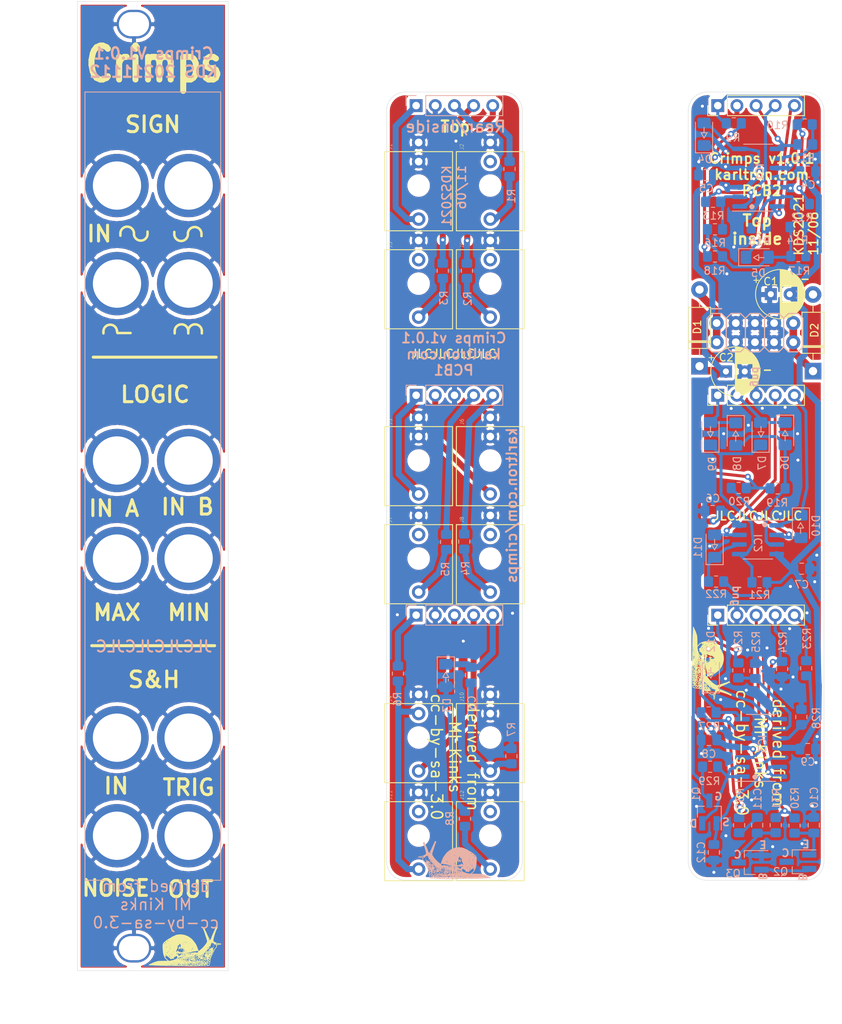
<source format=kicad_pcb>
(kicad_pcb (version 20171130) (host pcbnew "(5.1.10-1-10_14)")
  (title_block (title Crimps) (date 2021-11-12) (rev 1.1.1) (company karltron.com) (comment 1 "Kinks Clone"))
  (layers (0 F.Cu signal) (31 B.Cu signal) (34 B.Paste user hide) (35 F.Paste user hide) (36 B.SilkS user) (37 F.SilkS user) (38 B.Mask user) (39 F.Mask user) (44 Edge.Cuts user))
  (net 0 "")
  (net 1 GND)
  (net 2 VEE)
  (net 3 VCC)
  (net 4 "Net-(C11-Pad2)")
  (net 5 "Net-(C11-Pad1)")
  (net 6 "Net-(C12-Pad1)")
  (net 7 "Net-(C3-Pad1)")
  (net 8 "Net-(C10-Pad1)")
  (net 9 "Net-(IC1-Pad9)")
  (net 10 "Net-(IC1-Pad13)")
  (net 11 "Net-(IC3-Pad6)")
  (net 12 "Net-(J2-PadP3)")
  (net 13 "Net-(J3-PadP3)")
  (net 14 "Net-(J4-PadP3)")
  (net 15 "Net-(J7-PadP3)")
  (net 16 "Net-(J8-PadP3)")
  (net 17 "Net-(J11-PadP3)")
  (net 18 "Net-(J12-PadP3)")
  (net 19 "Net-(D1-Pad2)")
  (net 20 "Net-(D2-Pad1)")
  (net 21 "Net-(D4-Pad1)")
  (net 22 "Net-(D4-Pad2)")
  (net 23 "Net-(D5-Pad2)")
  (net 24 "Net-(D10-Pad2)")
  (net 25 "Net-(D11-Pad1)")
  (net 26 "Net-(D12-Pad1)")
  (net 27 "Net-(D12-Pad2)")
  (net 28 TrigInT)
  (net 29 MinOutB)
  (net 30 MaxOutB)
  (net 31 LogAB)
  (net 32 LogBB)
  (net 33 HROutB)
  (net 34 FROutB)
  (net 35 InvOutB)
  (net 36 SHOutB)
  (net 37 SHInB)
  (net 38 NoiseB)
  (net 39 SignInT)
  (net 40 LogAT)
  (net 41 LogBT)
  (net 42 SHInT)
  (net 43 FROutT)
  (net 44 HROutT)
  (net 45 InvOutT)
  (net 46 SignInB)
  (net 47 MaxOutT)
  (net 48 MinOutT)
  (net 49 SHOutT)
  (net 50 NoiseT)
  (net 51 TrigInB)
  (net 52 "Net-(Q3-Pad2)")
  (net 53 "Net-(D6-Pad2)")
  (net 54 "Net-(D7-Pad1)")
  (net 55 "Net-(IC1-Pad2)")
  (net 56 "Net-(IC3-Pad10)")
  (net 57 "Net-(IC3-Pad9)")
  (net 58 "Net-(IC3-Pad1)")
  (module Resistor_SMD:R_0805_2012Metric_Pad1.20x1.40mm_HandSolder (layer B.Cu) (at 148.25 126.475 90)
    (fp_text reference R26 (at 3.85 0 90) (layer B.SilkS) (effects (justify mirror)))
    (fp_text value 1.0M)
    (pad 1 smd roundrect (at -1 0 90) (size 1.2 1.4) (layers B.Cu B.Paste B.Mask) (roundrect_rratio 0.208333) (net 57 "Net-(IC3-Pad9)"))
    (pad 2 smd roundrect (at 1 0 90) (size 1.2 1.4) (layers B.Cu B.Paste B.Mask) (roundrect_rratio 0.208333) (net 3 VCC))
  )
  (module Resistor_SMD:R_0805_2012Metric_Pad1.20x1.40mm_HandSolder (layer B.Cu) (at 147.65 53.95 180)
    (fp_text reference R9 (at 0.1 -1.9) (layer B.SilkS) (effects (justify mirror)))
    (fp_text value 200k)
    (pad 2 smd roundrect (at 1 0 180) (size 1.2 1.4) (layers B.Cu B.Paste B.Mask) (roundrect_rratio 0.208333) (net 46 SignInB))
    (pad 1 smd roundrect (at -1 0 180) (size 1.2 1.4) (layers B.Cu B.Paste B.Mask) (roundrect_rratio 0.208333) (net 21 "Net-(D4-Pad1)"))
  )
  (module Package_TO_SOT_SMD:SOT-23_Handsoldering (layer B.Cu) (at 144.4 145.25 90)
    (fp_text reference Q1 (at 1.25 -1.15 270) (layer B.SilkS) (effects (justify right bottom mirror)))
    (fp_text value MMBFJ309)
    (pad 3 smd rect (at 1.5 0 90) (size 1.9 0.8) (layers B.Cu B.Paste B.Mask) (net 27 "Net-(D12-Pad2)"))
    (pad 2 smd rect (at -1.5 -0.95 90) (size 1.9 0.8) (layers B.Cu B.Paste B.Mask) (net 58 "Net-(IC3-Pad1)"))
    (pad 1 smd rect (at -1.5 0.95 90) (size 1.9 0.8) (layers B.Cu B.Paste B.Mask) (net 6 "Net-(C12-Pad1)"))
  )
  (module Package_TO_SOT_SMD:SOT-23_Handsoldering (layer B.Cu) (at 149.8 151.95 180)
    (fp_text reference Q3 (at 1.15 -2.05) (layer B.SilkS) (effects (justify left bottom mirror)))
    (fp_text value MMBT3904)
    (pad 3 smd rect (at 1.5 0 180) (size 1.9 0.8) (layers B.Cu B.Paste B.Mask) (net 5 "Net-(C11-Pad1)"))
    (pad 2 smd rect (at -1.5 -0.95 180) (size 1.9 0.8) (layers B.Cu B.Paste B.Mask) (net 52 "Net-(Q3-Pad2)"))
    (pad 1 smd rect (at -1.5 0.95 180) (size 1.9 0.8) (layers B.Cu B.Paste B.Mask) (net 1 GND))
  )
  (module Package_TO_SOT_SMD:SOT-23_Handsoldering (layer B.Cu) (at 156.15 151.85 180)
    (fp_text reference Q2 (at 1.2 -1.9) (layer B.SilkS) (effects (justify left bottom mirror)))
    (fp_text value MMBT3904)
    (pad 3 smd rect (at 1.5 0 180) (size 1.9 0.8) (layers B.Cu B.Paste B.Mask))
    (pad 2 smd rect (at -1.5 -0.95 180) (size 1.9 0.8) (layers B.Cu B.Paste B.Mask) (net 52 "Net-(Q3-Pad2)"))
    (pad 1 smd rect (at -1.5 0.95 180) (size 1.9 0.8) (layers B.Cu B.Paste B.Mask) (net 8 "Net-(C10-Pad1)"))
  )
  (module Diode_THT:D_DO-41_SOD81_P10.16mm_Horizontal (layer F.Cu) (at 143.1 86.15 90)
    (fp_text reference D1 (at 5.2 -0.3 90) (layer F.SilkS))
    (fp_text value S1JL)
    (pad 2 thru_hole oval (at 10.16 0 90) (size 2.2 2.2) (drill 1.1) (layers *.Cu *.Mask) (net 19 "Net-(D1-Pad2)"))
    (pad 1 thru_hole rect (at 0 0 90) (size 2.2 2.2) (drill 1.1) (layers *.Cu *.Mask) (net 3 VCC))
  )
  (module Diode_THT:D_DO-41_SOD81_P10.16mm_Horizontal (layer F.Cu) (at 158.15 86.8 90)
    (fp_text reference D2 (at 5.4 0.2 90) (layer F.SilkS))
    (fp_text value S1JL)
    (pad 2 thru_hole oval (at 10.16 0 90) (size 2.2 2.2) (drill 1.1) (layers *.Cu *.Mask) (net 2 VEE))
    (pad 1 thru_hole rect (at 0 0 90) (size 2.2 2.2) (drill 1.1) (layers *.Cu *.Mask) (net 20 "Net-(D2-Pad1)"))
  )
  (module Capacitor_THT:CP_Radial_D6.3mm_P2.50mm (layer F.Cu) (at 152.55 76.6)
    (fp_text reference C1 (at 0 -1.68) (layer F.SilkS))
    (fp_text value 22u)
    (pad 2 thru_hole circle (at 2.5 0) (size 1.6 1.6) (drill 0.8) (layers *.Cu *.Mask) (net 2 VEE))
    (pad 1 thru_hole rect (at 0 0) (size 1.6 1.6) (drill 0.8) (layers *.Cu *.Mask) (net 1 GND))
  )
  (module Capacitor_THT:CP_Radial_D6.3mm_P2.50mm (layer F.Cu) (at 146.6 86.85)
    (fp_text reference C2 (at 0.05 -1.85) (layer F.SilkS))
    (fp_text value 22u)
    (pad 2 thru_hole circle (at 2.5 0) (size 1.6 1.6) (drill 0.8) (layers *.Cu *.Mask) (net 1 GND))
    (pad 1 thru_hole rect (at 0 0) (size 1.6 1.6) (drill 0.8) (layers *.Cu *.Mask) (net 3 VCC))
  )
  (module MountingHole:MountingHole_6.4mm_M6_Pad (layer F.Cu) (at 65.85 148.4)
    (fp_text reference H6 hide)
    (fp_text value J2)
    (pad 1 thru_hole circle (at 0 0) (size 8.4 8.4) (drill 6.4) (layers *.Cu *.Mask) (net 1 GND))
  )
  (module MountingHole:MountingHole_6.4mm_M6_Pad (layer F.Cu) (at 65.85 135.4)
    (fp_text reference H2 hide)
    (fp_text value J1)
    (pad 1 thru_hole circle (at 0 0) (size 8.4 8.4) (drill 6.4) (layers *.Cu *.Mask) (net 1 GND))
  )
  (module MountingHole:MountingHole_6.4mm_M6_Pad (layer F.Cu) (at 75.35 98.65)
    (fp_text reference H2 hide)
    (fp_text value J1)
    (pad 1 thru_hole circle (at 0 0) (size 8.4 8.4) (drill 6.4) (layers *.Cu *.Mask) (net 1 GND))
  )
  (module MountingHole:MountingHole_6.4mm_M6_Pad (layer F.Cu) (at 65.85 111.65)
    (fp_text reference H2 hide)
    (fp_text value J1)
    (pad 1 thru_hole circle (at 0 0) (size 8.4 8.4) (drill 6.4) (layers *.Cu *.Mask) (net 1 GND))
  )
  (module MountingHole:MountingHole_6.4mm_M6_Pad (layer F.Cu) (at 75.35 148.4)
    (fp_text reference H6 hide)
    (fp_text value J2)
    (pad 1 thru_hole circle (at 0 0) (size 8.4 8.4) (drill 6.4) (layers *.Cu *.Mask) (net 1 GND))
  )
  (module MountingHole:MountingHole_6.4mm_M6_Pad (layer F.Cu) (at 75.35 135.4)
    (fp_text reference H2 hide)
    (fp_text value J1)
    (pad 1 thru_hole circle (at 0 0) (size 8.4 8.4) (drill 6.4) (layers *.Cu *.Mask) (net 1 GND))
  )
  (module MountingHole:MountingHole_6.4mm_M6_Pad (layer F.Cu) (at 75.35 111.65)
    (fp_text reference H2 hide)
    (fp_text value J1)
    (pad 1 thru_hole circle (at 0 0) (size 8.4 8.4) (drill 6.4) (layers *.Cu *.Mask) (net 1 GND))
  )
  (module MountingHole:MountingHole_6.4mm_M6_Pad (layer F.Cu) (at 75.35 62.2)
    (fp_text reference H2 hide)
    (fp_text value J1)
    (pad 1 thru_hole circle (at 0 0) (size 8.4 8.4) (drill 6.4) (layers *.Cu *.Mask) (net 1 GND))
  )
  (module Symbol:snail4.sm (layer F.Cu) (at 144.9 125.75 270)
    (fp_text reference G*** hide)
    (fp_text value LOGO hide)
  )
  (module MountingHole:MountingHole_6.4mm_M6_Pad (layer F.Cu) (at 65.85 62.2)
    (fp_text reference H2 hide)
    (fp_text value J1)
    (pad 1 thru_hole circle (at 0 0) (size 8.4 8.4) (drill 6.4) (layers *.Cu *.Mask) (net 1 GND))
  )
  (module MountingHole:MountingHole_6.4mm_M6_Pad (layer F.Cu) (at 65.85 75.2)
    (fp_text reference H2 hide)
    (fp_text value J1)
    (pad 1 thru_hole circle (at 0 0) (size 8.4 8.4) (drill 6.4) (layers *.Cu *.Mask) (net 1 GND))
  )
  (module Symbol:snail4.sm (layer F.Cu) (at 75.1 162.9)
    (fp_text reference G1 hide)
    (fp_text value Logo_Open_Hardware_Small hide)
  )
  (module MountingHole:MountingHole_6.4mm_M6_Pad (layer F.Cu) (at 75.35 75.2)
    (fp_text reference H2 hide)
    (fp_text value J1)
    (pad 1 thru_hole circle (at 0 0) (size 8.4 8.4) (drill 6.4) (layers *.Cu *.Mask) (net 1 GND))
  )
  (module MountingHole:SLOT-1 (layer F.Cu) (at 68.1 163.3)
    (fp_text reference H14 hide)
    (fp_text value MountingHole_Pad hide)
    (pad 1 thru_hole oval (at 0 0) (size 4.6 3.8) (drill oval 4 3.2) (layers *.Cu *.Mask) (net 1 GND))
  )
  (module MountingHole:MountingHole_6.4mm_M6_Pad (layer F.Cu) (at 65.85 98.65)
    (fp_text reference H6 hide)
    (fp_text value J2)
    (pad 1 thru_hole circle (at 0 0) (size 8.4 8.4) (drill 6.4) (layers *.Cu *.Mask) (net 1 GND))
  )
  (module MountingHole:SLOT-1 (layer F.Cu) (at 68.1 40.8)
    (fp_text reference H1 hide)
    (fp_text value MountingHole_Pad hide)
    (pad 1 thru_hole oval (at 0 0) (size 4.6 3.8) (drill oval 4 3.2) (layers *.Cu *.Mask) (net 1 GND))
  )
  (module Symbol:snail4.sm (layer B.Cu) (at 110.35 151.35 180)
    (fp_text reference G*** hide)
    (fp_text value LOGO hide)
  )
  (module Capacitor_SMD:C_0805_2012Metric_Pad1.18x1.45mm_HandSolder (layer B.Cu) (at 144 60.8 180)
    (fp_text reference C5 (at 0 -1.775) (layer B.SilkS) (effects (justify mirror)))
    (fp_text value 100n)
    (pad 2 smd roundrect (at 1.0375 0 180) (size 1.175 1.45) (layers B.Cu B.Paste B.Mask) (roundrect_rratio 0.212766) (net 1 GND))
    (pad 1 smd roundrect (at -1.0375 0 180) (size 1.175 1.45) (layers B.Cu B.Paste B.Mask) (roundrect_rratio 0.212766) (net 3 VCC))
  )
  (module Capacitor_SMD:C_0805_2012Metric_Pad1.18x1.45mm_HandSolder (layer B.Cu) (at 157.45 60.35 180)
    (fp_text reference C4 (at -0.05 -1.75) (layer B.SilkS) (effects (justify mirror)))
    (fp_text value 100n)
    (pad 1 smd roundrect (at -1.0375 0 180) (size 1.175 1.45) (layers B.Cu B.Paste B.Mask) (roundrect_rratio 0.212766) (net 1 GND))
    (pad 2 smd roundrect (at 1.0375 0 180) (size 1.175 1.45) (layers B.Cu B.Paste B.Mask) (roundrect_rratio 0.212766) (net 2 VEE))
  )
  (module Capacitor_SMD:C_0805_2012Metric_Pad1.18x1.45mm_HandSolder (layer B.Cu) (at 156.65 113 180)
    (fp_text reference C7 (at 0 -2.1) (layer B.SilkS) (effects (justify mirror)))
    (fp_text value 100n)
    (pad 1 smd roundrect (at -1.0375 0 180) (size 1.175 1.45) (layers B.Cu B.Paste B.Mask) (roundrect_rratio 0.212766) (net 1 GND))
    (pad 2 smd roundrect (at 1.0375 0 180) (size 1.175 1.45) (layers B.Cu B.Paste B.Mask) (roundrect_rratio 0.212766) (net 2 VEE))
  )
  (module Capacitor_SMD:C_0805_2012Metric_Pad1.18x1.45mm_HandSolder (layer B.Cu) (at 144.85 105.35 180)
    (fp_text reference C6 (at 0 1.68) (layer B.SilkS) (effects (justify mirror)))
    (fp_text value 100n)
    (pad 2 smd roundrect (at 1.0375 0 180) (size 1.175 1.45) (layers B.Cu B.Paste B.Mask) (roundrect_rratio 0.212766) (net 1 GND))
    (pad 1 smd roundrect (at -1.0375 0 180) (size 1.175 1.45) (layers B.Cu B.Paste B.Mask) (roundrect_rratio 0.212766) (net 3 VCC))
  )
  (module Capacitor_SMD:C_0805_2012Metric_Pad1.18x1.45mm_HandSolder (layer B.Cu) (at 144.35 135.7 180)
    (fp_text reference C8 (at 0.0125 -1.85) (layer B.SilkS) (effects (justify mirror)))
    (fp_text value 100n)
    (pad 2 smd roundrect (at 1.0375 0 180) (size 1.175 1.45) (layers B.Cu B.Paste B.Mask) (roundrect_rratio 0.212766) (net 1 GND))
    (pad 1 smd roundrect (at -1.0375 0 180) (size 1.175 1.45) (layers B.Cu B.Paste B.Mask) (roundrect_rratio 0.212766) (net 3 VCC))
  )
  (module Capacitor_SMD:C_0805_2012Metric_Pad1.18x1.45mm_HandSolder (layer B.Cu) (at 157.45 136.9 180)
    (fp_text reference C9 (at -0.0125 -1.7) (layer B.SilkS) (effects (justify mirror)))
    (fp_text value 100n)
    (pad 1 smd roundrect (at -1.0375 0 180) (size 1.175 1.45) (layers B.Cu B.Paste B.Mask) (roundrect_rratio 0.212766) (net 1 GND))
    (pad 2 smd roundrect (at 1.0375 0 180) (size 1.175 1.45) (layers B.Cu B.Paste B.Mask) (roundrect_rratio 0.212766) (net 2 VEE))
  )
  (module Capacitor_SMD:C_0805_2012Metric_Pad1.18x1.45mm_HandSolder (layer B.Cu) (at 150.75 147 90)
    (fp_text reference C11 (at 3.5 0.05 90) (layer B.SilkS) (effects (justify mirror)))
    (fp_text value 100n)
    (pad 2 smd roundrect (at 1.0375 0 90) (size 1.175 1.45) (layers B.Cu B.Paste B.Mask) (roundrect_rratio 0.212766) (net 4 "Net-(C11-Pad2)"))
    (pad 1 smd roundrect (at -1.0375 0 90) (size 1.175 1.45) (layers B.Cu B.Paste B.Mask) (roundrect_rratio 0.212766) (net 5 "Net-(C11-Pad1)"))
  )
  (module Capacitor_SMD:C_0805_2012Metric_Pad1.18x1.45mm_HandSolder (layer B.Cu) (at 145 150.6 270)
    (fp_text reference C12 (at 0 1.68 270) (layer B.SilkS) (effects (justify mirror)))
    (fp_text value 10n)
    (pad 1 smd roundrect (at -1.0375 0 270) (size 1.175 1.45) (layers B.Cu B.Paste B.Mask) (roundrect_rratio 0.212766) (net 6 "Net-(C12-Pad1)"))
    (pad 2 smd roundrect (at 1.0375 0 270) (size 1.175 1.45) (layers B.Cu B.Paste B.Mask) (roundrect_rratio 0.212766) (net 1 GND))
  )
  (module Capacitor_SMD:C_0805_2012Metric_Pad1.18x1.45mm_HandSolder (layer B.Cu) (at 112.8 127.1 90)
    (fp_text reference C3 (at -3.675 0.1 90) (layer B.SilkS) (effects (justify mirror)))
    (fp_text value 100p)
    (pad 1 smd roundrect (at -1.0375 0 90) (size 1.175 1.45) (layers B.Cu B.Paste B.Mask) (roundrect_rratio 0.212766) (net 7 "Net-(C3-Pad1)"))
    (pad 2 smd roundrect (at 1.0375 0 90) (size 1.175 1.45) (layers B.Cu B.Paste B.Mask) (roundrect_rratio 0.212766) (net 28 TrigInT))
  )
  (module Capacitor_SMD:C_0805_2012Metric_Pad1.18x1.45mm_HandSolder (layer B.Cu) (at 158.25 147 90)
    (fp_text reference C10 (at 3.65 0.05 90) (layer B.SilkS) (effects (justify mirror)))
    (fp_text value 4.7u)
    (pad 2 smd roundrect (at 1.0375 0 90) (size 1.175 1.45) (layers B.Cu B.Paste B.Mask) (roundrect_rratio 0.212766) (net 1 GND))
    (pad 1 smd roundrect (at -1.0375 0 90) (size 1.175 1.45) (layers B.Cu B.Paste B.Mask) (roundrect_rratio 0.212766) (net 8 "Net-(C10-Pad1)"))
  )
  (module Diode_SMD:D_1206_3216Metric_Pad1.42x1.75mm_HandSolder (layer B.Cu) (at 143.7 55.4 90)
    (fp_text reference D4 (at -3.3 0.1 180) (layer B.SilkS) (effects (justify mirror)))
    (fp_text value 1N4148)
    (pad 1 smd roundrect (at -1.4875 0 90) (size 1.425 1.75) (layers B.Cu B.Paste B.Mask) (roundrect_rratio 0.175439) (net 21 "Net-(D4-Pad1)"))
    (pad 2 smd roundrect (at 1.4875 0 90) (size 1.425 1.75) (layers B.Cu B.Paste B.Mask) (roundrect_rratio 0.175439) (net 22 "Net-(D4-Pad2)"))
  )
  (module Diode_SMD:D_1206_3216Metric_Pad1.42x1.75mm_HandSolder (layer B.Cu) (at 150.75 71.7)
    (fp_text reference D5 (at 0.15 2.1) (layer B.SilkS) (effects (justify mirror)))
    (fp_text value 1N4148)
    (pad 2 smd roundrect (at 1.4875 0) (size 1.425 1.75) (layers B.Cu B.Paste B.Mask) (roundrect_rratio 0.175439) (net 23 "Net-(D5-Pad2)"))
    (pad 1 smd roundrect (at -1.4875 0) (size 1.425 1.75) (layers B.Cu B.Paste B.Mask) (roundrect_rratio 0.175439) (net 22 "Net-(D4-Pad2)"))
  )
  (module Diode_SMD:D_1206_3216Metric_Pad1.42x1.75mm_HandSolder (layer B.Cu) (at 156.55 107.4 270)
    (fp_text reference D10 (at -0.1 -2 90) (layer B.SilkS) (effects (justify mirror)))
    (fp_text value 1N4148)
    (pad 1 smd roundrect (at -1.4875 0 270) (size 1.425 1.75) (layers B.Cu B.Paste B.Mask) (roundrect_rratio 0.175439) (net 29 MinOutB))
    (pad 2 smd roundrect (at 1.4875 0 270) (size 1.425 1.75) (layers B.Cu B.Paste B.Mask) (roundrect_rratio 0.175439) (net 24 "Net-(D10-Pad2)"))
  )
  (module Diode_SMD:D_1206_3216Metric_Pad1.42x1.75mm_HandSolder (layer B.Cu) (at 145.1 110 90)
    (fp_text reference D11 (at -0.2 -2.2 90) (layer B.SilkS) (effects (justify mirror)))
    (fp_text value 1N4148)
    (pad 2 smd roundrect (at 1.4875 0 90) (size 1.425 1.75) (layers B.Cu B.Paste B.Mask) (roundrect_rratio 0.175439) (net 30 MaxOutB))
    (pad 1 smd roundrect (at -1.4875 0 90) (size 1.425 1.75) (layers B.Cu B.Paste B.Mask) (roundrect_rratio 0.175439) (net 25 "Net-(D11-Pad1)"))
  )
  (module Diode_SMD:D_1206_3216Metric_Pad1.42x1.75mm_HandSolder (layer B.Cu) (at 147.9 95.15 270)
    (fp_text reference D8 (at 3.875 -0.2 90) (layer B.SilkS) (effects (justify mirror)))
    (fp_text value 1N4148)
    (pad 1 smd roundrect (at -1.4875 0 270) (size 1.425 1.75) (layers B.Cu B.Paste B.Mask) (roundrect_rratio 0.175439) (net 31 LogAB))
    (pad 2 smd roundrect (at 1.4875 0 270) (size 1.425 1.75) (layers B.Cu B.Paste B.Mask) (roundrect_rratio 0.175439) (net 53 "Net-(D6-Pad2)"))
  )
  (module Diode_SMD:D_1206_3216Metric_Pad1.42x1.75mm_HandSolder (layer B.Cu) (at 154.45 95.1 270)
    (fp_text reference D6 (at 3.85 0.05 90) (layer B.SilkS) (effects (justify mirror)))
    (fp_text value 1N4148)
    (pad 2 smd roundrect (at 1.4875 0 270) (size 1.425 1.75) (layers B.Cu B.Paste B.Mask) (roundrect_rratio 0.175439) (net 53 "Net-(D6-Pad2)"))
    (pad 1 smd roundrect (at -1.4875 0 270) (size 1.425 1.75) (layers B.Cu B.Paste B.Mask) (roundrect_rratio 0.175439) (net 32 LogBB))
  )
  (module Diode_SMD:D_1206_3216Metric_Pad1.42x1.75mm_HandSolder (layer B.Cu) (at 151.2 95.1 90)
    (fp_text reference D7 (at -3.875 0.2 90) (layer B.SilkS) (effects (justify mirror)))
    (fp_text value 1N4148)
    (pad 1 smd roundrect (at -1.4875 0 90) (size 1.425 1.75) (layers B.Cu B.Paste B.Mask) (roundrect_rratio 0.175439) (net 54 "Net-(D7-Pad1)"))
    (pad 2 smd roundrect (at 1.4875 0 90) (size 1.425 1.75) (layers B.Cu B.Paste B.Mask) (roundrect_rratio 0.175439) (net 32 LogBB))
  )
  (module Diode_SMD:D_1206_3216Metric_Pad1.42x1.75mm_HandSolder (layer B.Cu) (at 144.55 95.1 90)
    (fp_text reference D9 (at -4 0.25 90) (layer B.SilkS) (effects (justify mirror)))
    (fp_text value 1N4148)
    (pad 2 smd roundrect (at 1.4875 0 90) (size 1.425 1.75) (layers B.Cu B.Paste B.Mask) (roundrect_rratio 0.175439) (net 31 LogAB))
    (pad 1 smd roundrect (at -1.4875 0 90) (size 1.425 1.75) (layers B.Cu B.Paste B.Mask) (roundrect_rratio 0.175439) (net 54 "Net-(D7-Pad1)"))
  )
  (module Diode_SMD:D_1206_3216Metric_Pad1.42x1.75mm_HandSolder (layer B.Cu) (at 144.6 127 90)
    (fp_text reference D12 (at 4.3375 0 90) (layer B.SilkS) (effects (justify mirror)))
    (fp_text value 1N4148)
    (pad 1 smd roundrect (at -1.4875 0 90) (size 1.425 1.75) (layers B.Cu B.Paste B.Mask) (roundrect_rratio 0.175439) (net 26 "Net-(D12-Pad1)"))
    (pad 2 smd roundrect (at 1.4875 0 90) (size 1.425 1.75) (layers B.Cu B.Paste B.Mask) (roundrect_rratio 0.175439) (net 27 "Net-(D12-Pad2)"))
  )
  (module Diode_SMD:D_1206_3216Metric_Pad1.42x1.75mm_HandSolder (layer B.Cu) (at 109.45 127.15 270)
    (fp_text reference D3 (at 3.95 -0.15 270) (layer B.SilkS) (effects (justify mirror)))
    (fp_text value 1N4148)
    (pad 2 smd roundrect (at 1.4875 0 270) (size 1.425 1.75) (layers B.Cu B.Paste B.Mask) (roundrect_rratio 0.175439) (net 1 GND))
    (pad 1 smd roundrect (at -1.4875 0 270) (size 1.425 1.75) (layers B.Cu B.Paste B.Mask) (roundrect_rratio 0.175439) (net 28 TrigInT))
  )
  (module Package_SO:SOIC-14_3.9x8.7mm_P1.27mm (layer B.Cu) (at 150.9 61.15)
    (fp_text reference IC1 (at 0.2 -0.7 90) (layer B.SilkS) (effects (justify mirror)))
    (fp_text value TL074)
    (pad 1 smd roundrect (at -2.475 3.81) (size 1.95 0.6) (layers B.Cu B.Paste B.Mask) (net 33 HROutB))
    (pad 2 smd roundrect (at -2.475 2.54) (size 1.95 0.6) (layers B.Cu B.Paste B.Mask) (net 55 "Net-(IC1-Pad2)"))
    (pad 3 smd roundrect (at -2.475 1.27) (size 1.95 0.6) (layers B.Cu B.Paste B.Mask) (net 1 GND))
    (pad 4 smd roundrect (at -2.475 0) (size 1.95 0.6) (layers B.Cu B.Paste B.Mask) (net 3 VCC))
    (pad 5 smd roundrect (at -2.475 -1.27) (size 1.95 0.6) (layers B.Cu B.Paste B.Mask) (net 1 GND))
    (pad 6 smd roundrect (at -2.475 -2.54) (size 1.95 0.6) (layers B.Cu B.Paste B.Mask) (net 21 "Net-(D4-Pad1)"))
    (pad 7 smd roundrect (at -2.475 -3.81) (size 1.95 0.6) (layers B.Cu B.Paste B.Mask) (net 22 "Net-(D4-Pad2)"))
    (pad 8 smd roundrect (at 2.475 -3.81) (size 1.95 0.6) (layers B.Cu B.Paste B.Mask) (net 35 InvOutB))
    (pad 9 smd roundrect (at 2.475 -2.54) (size 1.95 0.6) (layers B.Cu B.Paste B.Mask) (net 9 "Net-(IC1-Pad9)"))
    (pad 10 smd roundrect (at 2.475 -1.27) (size 1.95 0.6) (layers B.Cu B.Paste B.Mask) (net 1 GND))
    (pad 11 smd roundrect (at 2.475 0) (size 1.95 0.6) (layers B.Cu B.Paste B.Mask) (net 2 VEE))
    (pad 12 smd roundrect (at 2.475 1.27) (size 1.95 0.6) (layers B.Cu B.Paste B.Mask) (net 1 GND))
    (pad 13 smd roundrect (at 2.475 2.54) (size 1.95 0.6) (layers B.Cu B.Paste B.Mask) (net 10 "Net-(IC1-Pad13)"))
    (pad 14 smd roundrect (at 2.475 3.81) (size 1.95 0.6) (layers B.Cu B.Paste B.Mask) (net 34 FROutB))
  )
  (module Package_SO:SOIC-8_3.9x4.9mm_P1.27mm (layer B.Cu) (at 150.85 109.15 180)
    (fp_text reference IC2 (at -0.05 -0.45 270) (layer B.SilkS) (effects (justify mirror)))
    (fp_text value TL072)
    (pad 1 smd roundrect (at -2.475 1.905 180) (size 1.95 0.6) (layers B.Cu B.Paste B.Mask) (net 29 MinOutB))
    (pad 2 smd roundrect (at -2.475 0.635 180) (size 1.95 0.6) (layers B.Cu B.Paste B.Mask) (net 24 "Net-(D10-Pad2)"))
    (pad 3 smd roundrect (at -2.475 -0.635 180) (size 1.95 0.6) (layers B.Cu B.Paste B.Mask) (net 53 "Net-(D6-Pad2)"))
    (pad 4 smd roundrect (at -2.475 -1.905 180) (size 1.95 0.6) (layers B.Cu B.Paste B.Mask) (net 2 VEE))
    (pad 5 smd roundrect (at 2.475 -1.905 180) (size 1.95 0.6) (layers B.Cu B.Paste B.Mask) (net 54 "Net-(D7-Pad1)"))
    (pad 6 smd roundrect (at 2.475 -0.635 180) (size 1.95 0.6) (layers B.Cu B.Paste B.Mask) (net 25 "Net-(D11-Pad1)"))
    (pad 7 smd roundrect (at 2.475 0.635 180) (size 1.95 0.6) (layers B.Cu B.Paste B.Mask) (net 30 MaxOutB))
    (pad 8 smd roundrect (at 2.475 1.905 180) (size 1.95 0.6) (layers B.Cu B.Paste B.Mask) (net 3 VCC))
  )
  (module Package_SO:SOIC-14_3.9x8.7mm_P1.27mm (layer B.Cu) (at 151.25 136.75)
    (fp_text reference IC3 (at 0.2 -0.55 90) (layer B.SilkS) (effects (justify mirror)))
    (fp_text value TL074)
    (pad 14 smd roundrect (at 2.475 3.81) (size 1.95 0.6) (layers B.Cu B.Paste B.Mask) (net 36 SHOutB))
    (pad 13 smd roundrect (at 2.475 2.54) (size 1.95 0.6) (layers B.Cu B.Paste B.Mask) (net 36 SHOutB))
    (pad 12 smd roundrect (at 2.475 1.27) (size 1.95 0.6) (layers B.Cu B.Paste B.Mask) (net 6 "Net-(C12-Pad1)"))
    (pad 11 smd roundrect (at 2.475 0) (size 1.95 0.6) (layers B.Cu B.Paste B.Mask) (net 2 VEE))
    (pad 10 smd roundrect (at 2.475 -1.27) (size 1.95 0.6) (layers B.Cu B.Paste B.Mask) (net 56 "Net-(IC3-Pad10)"))
    (pad 9 smd roundrect (at 2.475 -2.54) (size 1.95 0.6) (layers B.Cu B.Paste B.Mask) (net 57 "Net-(IC3-Pad9)"))
    (pad 8 smd roundrect (at 2.475 -3.81) (size 1.95 0.6) (layers B.Cu B.Paste B.Mask) (net 26 "Net-(D12-Pad1)"))
    (pad 7 smd roundrect (at -2.475 -3.81) (size 1.95 0.6) (layers B.Cu B.Paste B.Mask) (net 38 NoiseB))
    (pad 6 smd roundrect (at -2.475 -2.54) (size 1.95 0.6) (layers B.Cu B.Paste B.Mask) (net 11 "Net-(IC3-Pad6)"))
    (pad 5 smd roundrect (at -2.475 -1.27) (size 1.95 0.6) (layers B.Cu B.Paste B.Mask) (net 1 GND))
    (pad 4 smd roundrect (at -2.475 0) (size 1.95 0.6) (layers B.Cu B.Paste B.Mask) (net 3 VCC))
    (pad 3 smd roundrect (at -2.475 1.27) (size 1.95 0.6) (layers B.Cu B.Paste B.Mask) (net 37 SHInB))
    (pad 2 smd roundrect (at -2.475 2.54) (size 1.95 0.6) (layers B.Cu B.Paste B.Mask) (net 58 "Net-(IC3-Pad1)"))
    (pad 1 smd roundrect (at -2.475 3.81) (size 1.95 0.6) (layers B.Cu B.Paste B.Mask) (net 58 "Net-(IC3-Pad1)"))
  )
  (module k2:WQP_PJ_301M6 (layer F.Cu) (at 105.85 62.2 180)
    (fp_text reference J1 (at 4.0474 4.7075 270) (layer F.SilkS) (effects (font (size 0.4826 0.4826) (thickness 0.038608)) (justify left top)))
    (fp_text value PJ301_THONKICONN6 hide)
    (pad P2 thru_hole circle (at 0 3.175 180) (size 1.778 1.778) (drill 1.016) (layers *.Cu *.Mask) (net 1 GND))
    (pad P3 thru_hole circle (at 0 -4.445 180) (size 1.778 1.778) (drill 1.016) (layers *.Cu *.Mask) (net 39 SignInT))
    (pad P1 thru_hole circle (at 0 5.715 180) (size 1.778 1.778) (drill 1.016) (layers *.Cu *.Mask) (net 1 GND))
    (pad "" np_thru_hole circle (at 0 0 180) (size 2.2 2.2) (drill 2.2) (layers *.Cu *.Mask))
  )
  (module k2:WQP_PJ_301M6 (layer F.Cu) (at 115.35 62.2 180)
    (fp_text reference J2 (at 4.0474 4.7075 270) (layer F.SilkS) (effects (font (size 0.4826 0.4826) (thickness 0.038608)) (justify left top)))
    (fp_text value PJ301_THONKICONN6 hide)
    (pad P2 thru_hole circle (at 0 3.175 180) (size 1.778 1.778) (drill 1.016) (layers *.Cu *.Mask))
    (pad P3 thru_hole circle (at 0 -4.445 180) (size 1.778 1.778) (drill 1.016) (layers *.Cu *.Mask) (net 12 "Net-(J2-PadP3)"))
    (pad P1 thru_hole circle (at 0 5.715 180) (size 1.778 1.778) (drill 1.016) (layers *.Cu *.Mask) (net 1 GND))
    (pad "" np_thru_hole circle (at 0 0 180) (size 2.2 2.2) (drill 2.2) (layers *.Cu *.Mask))
  )
  (module k2:WQP_PJ_301M6 (layer F.Cu) (at 105.85 75.2 180)
    (fp_text reference J3 (at 4.0474 4.7075 270) (layer F.SilkS) (effects (font (size 0.4826 0.4826) (thickness 0.038608)) (justify left top)))
    (fp_text value PJ301_THONKICONN6 hide)
    (pad "" np_thru_hole circle (at 0 0 180) (size 2.2 2.2) (drill 2.2) (layers *.Cu *.Mask))
    (pad P1 thru_hole circle (at 0 5.715 180) (size 1.778 1.778) (drill 1.016) (layers *.Cu *.Mask) (net 1 GND))
    (pad P3 thru_hole circle (at 0 -4.445 180) (size 1.778 1.778) (drill 1.016) (layers *.Cu *.Mask) (net 13 "Net-(J3-PadP3)"))
    (pad P2 thru_hole circle (at 0 3.175 180) (size 1.778 1.778) (drill 1.016) (layers *.Cu *.Mask))
  )
  (module k2:WQP_PJ_301M6 (layer F.Cu) (at 115.35 75.2 180)
    (fp_text reference J4 (at 4.0474 4.7075 270) (layer F.SilkS) (effects (font (size 0.4826 0.4826) (thickness 0.038608)) (justify left top)))
    (fp_text value PJ301_THONKICONN6 hide)
    (pad "" np_thru_hole circle (at 0 0 180) (size 2.2 2.2) (drill 2.2) (layers *.Cu *.Mask))
    (pad P1 thru_hole circle (at 0 5.715 180) (size 1.778 1.778) (drill 1.016) (layers *.Cu *.Mask) (net 1 GND))
    (pad P3 thru_hole circle (at 0 -4.445 180) (size 1.778 1.778) (drill 1.016) (layers *.Cu *.Mask) (net 14 "Net-(J4-PadP3)"))
    (pad P2 thru_hole circle (at 0 3.175 180) (size 1.778 1.778) (drill 1.016) (layers *.Cu *.Mask))
  )
  (module k2:WQP_PJ_301M6 (layer F.Cu) (at 105.85 98.65 180)
    (fp_text reference J5 (at 4.0474 4.7075 270) (layer F.SilkS) (effects (font (size 0.4826 0.4826) (thickness 0.038608)) (justify left top)))
    (fp_text value PJ301_THONKICONN6 hide)
    (pad "" np_thru_hole circle (at 0 0 180) (size 2.2 2.2) (drill 2.2) (layers *.Cu *.Mask))
    (pad P1 thru_hole circle (at 0 5.715 180) (size 1.778 1.778) (drill 1.016) (layers *.Cu *.Mask) (net 1 GND))
    (pad P3 thru_hole circle (at 0 -4.445 180) (size 1.778 1.778) (drill 1.016) (layers *.Cu *.Mask) (net 40 LogAT))
    (pad P2 thru_hole circle (at 0 3.175 180) (size 1.778 1.778) (drill 1.016) (layers *.Cu *.Mask) (net 1 GND))
  )
  (module k2:WQP_PJ_301M6 (layer F.Cu) (at 115.35 98.65 180)
    (fp_text reference J6 (at 4.0474 4.7075 270) (layer F.SilkS) (effects (font (size 0.4826 0.4826) (thickness 0.038608)) (justify left top)))
    (fp_text value PJ301_THONKICONN6 hide)
    (pad P2 thru_hole circle (at 0 3.175 180) (size 1.778 1.778) (drill 1.016) (layers *.Cu *.Mask) (net 1 GND))
    (pad P3 thru_hole circle (at 0 -4.445 180) (size 1.778 1.778) (drill 1.016) (layers *.Cu *.Mask) (net 41 LogBT))
    (pad P1 thru_hole circle (at 0 5.715 180) (size 1.778 1.778) (drill 1.016) (layers *.Cu *.Mask) (net 1 GND))
    (pad "" np_thru_hole circle (at 0 0 180) (size 2.2 2.2) (drill 2.2) (layers *.Cu *.Mask))
  )
  (module k2:WQP_PJ_301M6 (layer F.Cu) (at 105.85 111.65 180)
    (fp_text reference J7 (at 4.0474 4.7075 270) (layer F.SilkS) (effects (font (size 0.4826 0.4826) (thickness 0.038608)) (justify left top)))
    (fp_text value PJ301_THONKICONN6 hide)
    (pad P2 thru_hole circle (at 0 3.175 180) (size 1.778 1.778) (drill 1.016) (layers *.Cu *.Mask))
    (pad P3 thru_hole circle (at 0 -4.445 180) (size 1.778 1.778) (drill 1.016) (layers *.Cu *.Mask) (net 15 "Net-(J7-PadP3)"))
    (pad P1 thru_hole circle (at 0 5.715 180) (size 1.778 1.778) (drill 1.016) (layers *.Cu *.Mask) (net 1 GND))
    (pad "" np_thru_hole circle (at 0 0 180) (size 2.2 2.2) (drill 2.2) (layers *.Cu *.Mask))
  )
  (module k2:WQP_PJ_301M6 (layer F.Cu) (at 115.35 111.65 180)
    (fp_text reference J8 (at 4.0474 4.7075 270) (layer F.SilkS) (effects (font (size 0.4826 0.4826) (thickness 0.038608)) (justify left top)))
    (fp_text value PJ301_THONKICONN6 hide)
    (pad "" np_thru_hole circle (at 0 0 180) (size 2.2 2.2) (drill 2.2) (layers *.Cu *.Mask))
    (pad P1 thru_hole circle (at 0 5.715 180) (size 1.778 1.778) (drill 1.016) (layers *.Cu *.Mask) (net 1 GND))
    (pad P3 thru_hole circle (at 0 -4.445 180) (size 1.778 1.778) (drill 1.016) (layers *.Cu *.Mask) (net 16 "Net-(J8-PadP3)"))
    (pad P2 thru_hole circle (at 0 3.175 180) (size 1.778 1.778) (drill 1.016) (layers *.Cu *.Mask))
  )
  (module k2:WQP_PJ_301M6 (layer F.Cu) (at 105.85 135.375 180)
    (fp_text reference J9 (at 4.0474 4.7075 270) (layer F.SilkS) (effects (font (size 0.4826 0.4826) (thickness 0.038608)) (justify left top)))
    (fp_text value PJ301_THONKICONN6 hide)
    (pad P2 thru_hole circle (at 0 3.175 180) (size 1.778 1.778) (drill 1.016) (layers *.Cu *.Mask) (net 17 "Net-(J11-PadP3)"))
    (pad P3 thru_hole circle (at 0 -4.445 180) (size 1.778 1.778) (drill 1.016) (layers *.Cu *.Mask) (net 42 SHInT))
    (pad P1 thru_hole circle (at 0 5.715 180) (size 1.778 1.778) (drill 1.016) (layers *.Cu *.Mask) (net 1 GND))
    (pad "" np_thru_hole circle (at 0 0 180) (size 2.2 2.2) (drill 2.2) (layers *.Cu *.Mask))
  )
  (module k2:WQP_PJ_301M6 (layer F.Cu) (at 115.35 135.375 180)
    (fp_text reference J10 (at 4.0474 4.7075 270) (layer F.SilkS) (effects (font (size 0.4826 0.4826) (thickness 0.038608)) (justify left top)))
    (fp_text value PJ301_THONKICONN6 hide)
    (pad "" np_thru_hole circle (at 0 0 180) (size 2.2 2.2) (drill 2.2) (layers *.Cu *.Mask))
    (pad P1 thru_hole circle (at 0 5.715 180) (size 1.778 1.778) (drill 1.016) (layers *.Cu *.Mask) (net 1 GND))
    (pad P3 thru_hole circle (at 0 -4.445 180) (size 1.778 1.778) (drill 1.016) (layers *.Cu *.Mask) (net 7 "Net-(C3-Pad1)"))
    (pad P2 thru_hole circle (at 0 3.175 180) (size 1.778 1.778) (drill 1.016) (layers *.Cu *.Mask) (net 1 GND))
  )
  (module k2:WQP_PJ_301M6 (layer F.Cu) (at 105.85 148.375 180)
    (fp_text reference J11 (at 4.0474 4.7075 270) (layer F.SilkS) (effects (font (size 0.4826 0.4826) (thickness 0.038608)) (justify left top)))
    (fp_text value PJ301_THONKICONN6 hide)
    (pad P2 thru_hole circle (at 0 3.175 180) (size 1.778 1.778) (drill 1.016) (layers *.Cu *.Mask))
    (pad P3 thru_hole circle (at 0 -4.445 180) (size 1.778 1.778) (drill 1.016) (layers *.Cu *.Mask) (net 17 "Net-(J11-PadP3)"))
    (pad P1 thru_hole circle (at 0 5.715 180) (size 1.778 1.778) (drill 1.016) (layers *.Cu *.Mask) (net 1 GND))
    (pad "" np_thru_hole circle (at 0 0 180) (size 2.2 2.2) (drill 2.2) (layers *.Cu *.Mask))
  )
  (module k2:WQP_PJ_301M6 (layer F.Cu) (at 115.35 148.375 180)
    (fp_text reference J12 (at 4.0474 4.7075 270) (layer F.SilkS) (effects (font (size 0.4826 0.4826) (thickness 0.038608)) (justify left top)))
    (fp_text value PJ301_THONKICONN6 hide)
    (pad "" np_thru_hole circle (at 0 0 180) (size 2.2 2.2) (drill 2.2) (layers *.Cu *.Mask))
    (pad P1 thru_hole circle (at 0 5.715 180) (size 1.778 1.778) (drill 1.016) (layers *.Cu *.Mask) (net 1 GND))
    (pad P3 thru_hole circle (at 0 -4.445 180) (size 1.778 1.778) (drill 1.016) (layers *.Cu *.Mask) (net 18 "Net-(J12-PadP3)"))
    (pad P2 thru_hole circle (at 0 3.175 180) (size 1.778 1.778) (drill 1.016) (layers *.Cu *.Mask))
  )
  (module k2:AVR_ICSP (layer B.Cu) (at 150.45 81.7 270)
    (fp_text reference JP1 hide)
    (fp_text value M05X2PTH hide)
    (pad 1 thru_hole circle (at -1.27 5.08) (size 1.8796 1.8796) (drill 1.016) (layers *.Cu *.Mask) (net 19 "Net-(D1-Pad2)"))
    (pad 2 thru_hole circle (at 1.27 5.08) (size 1.8796 1.8796) (drill 1.016) (layers *.Cu *.Mask) (net 19 "Net-(D1-Pad2)"))
    (pad 3 thru_hole circle (at -1.27 2.54) (size 1.8796 1.8796) (drill 1.016) (layers *.Cu *.Mask) (net 1 GND))
    (pad 4 thru_hole circle (at 1.27 2.54) (size 1.8796 1.8796) (drill 1.016) (layers *.Cu *.Mask) (net 1 GND))
    (pad 5 thru_hole circle (at -1.27 0) (size 1.8796 1.8796) (drill 1.016) (layers *.Cu *.Mask) (net 1 GND))
    (pad 6 thru_hole circle (at 1.27 0) (size 1.8796 1.8796) (drill 1.016) (layers *.Cu *.Mask) (net 1 GND))
    (pad 7 thru_hole circle (at -1.27 -2.54) (size 1.8796 1.8796) (drill 1.016) (layers *.Cu *.Mask) (net 1 GND))
    (pad 8 thru_hole circle (at 1.27 -2.54) (size 1.8796 1.8796) (drill 1.016) (layers *.Cu *.Mask) (net 1 GND))
    (pad 9 thru_hole circle (at -1.27 -5.08) (size 1.8796 1.8796) (drill 1.016) (layers *.Cu *.Mask) (net 20 "Net-(D2-Pad1)"))
    (pad 10 thru_hole circle (at 1.27 -5.08) (size 1.8796 1.8796) (drill 1.016) (layers *.Cu *.Mask) (net 20 "Net-(D2-Pad1)"))
  )
  (module Resistor_SMD:R_0805_2012Metric_Pad1.20x1.40mm_HandSolder (layer B.Cu) (at 144.9 64.35)
    (fp_text reference R13 (at 0.05 1.85) (layer B.SilkS) (effects (justify mirror)))
    (fp_text value 200k)
    (pad 2 smd roundrect (at 1 0) (size 1.2 1.4) (layers B.Cu B.Paste B.Mask) (roundrect_rratio 0.208333) (net 55 "Net-(IC1-Pad2)"))
    (pad 1 smd roundrect (at -1 0) (size 1.2 1.4) (layers B.Cu B.Paste B.Mask) (roundrect_rratio 0.208333) (net 33 HROutB))
  )
  (module Resistor_SMD:R_0805_2012Metric_Pad1.20x1.40mm_HandSolder (layer B.Cu) (at 145.15 71.6 180)
    (fp_text reference R18 (at 0.05 -1.9) (layer B.SilkS) (effects (justify mirror)))
    (fp_text value 100k)
    (pad 2 smd roundrect (at 1 0 180) (size 1.2 1.4) (layers B.Cu B.Paste B.Mask) (roundrect_rratio 0.208333) (net 21 "Net-(D4-Pad1)"))
    (pad 1 smd roundrect (at -1 0 180) (size 1.2 1.4) (layers B.Cu B.Paste B.Mask) (roundrect_rratio 0.208333) (net 23 "Net-(D5-Pad2)"))
  )
  (module Resistor_SMD:R_0805_2012Metric_Pad1.20x1.40mm_HandSolder (layer B.Cu) (at 145.15 68 180)
    (fp_text reference R16 (at 0 -1.8) (layer B.SilkS) (effects (justify mirror)))
    (fp_text value 100k)
    (pad 1 smd roundrect (at -1 0 180) (size 1.2 1.4) (layers B.Cu B.Paste B.Mask) (roundrect_rratio 0.208333) (net 55 "Net-(IC1-Pad2)"))
    (pad 2 smd roundrect (at 1 0 180) (size 1.2 1.4) (layers B.Cu B.Paste B.Mask) (roundrect_rratio 0.208333) (net 23 "Net-(D5-Pad2)"))
  )
  (module Resistor_SMD:R_0805_2012Metric_Pad1.20x1.40mm_HandSolder (layer B.Cu) (at 156.2 71.55 180)
    (fp_text reference R17 (at -0.125 -1.975) (layer B.SilkS) (effects (justify mirror)))
    (fp_text value 100k)
    (pad 1 smd roundrect (at -1 0 180) (size 1.2 1.4) (layers B.Cu B.Paste B.Mask) (roundrect_rratio 0.208333) (net 10 "Net-(IC1-Pad13)"))
    (pad 2 smd roundrect (at 1 0 180) (size 1.2 1.4) (layers B.Cu B.Paste B.Mask) (roundrect_rratio 0.208333) (net 23 "Net-(D5-Pad2)"))
  )
  (module Resistor_SMD:R_0805_2012Metric_Pad1.20x1.40mm_HandSolder (layer B.Cu) (at 157.05 54.1 180)
    (fp_text reference R10 (at 3.6 -0.1) (layer B.SilkS) (effects (justify mirror)))
    (fp_text value 200k)
    (pad 2 smd roundrect (at 1 0 180) (size 1.2 1.4) (layers B.Cu B.Paste B.Mask) (roundrect_rratio 0.208333) (net 46 SignInB))
    (pad 1 smd roundrect (at -1 0 180) (size 1.2 1.4) (layers B.Cu B.Paste B.Mask) (roundrect_rratio 0.208333) (net 9 "Net-(IC1-Pad9)"))
  )
  (module Resistor_SMD:R_0805_2012Metric_Pad1.20x1.40mm_HandSolder (layer B.Cu) (at 150.95 67.85 180)
    (fp_text reference R15 (at -0.1 -1.75) (layer B.SilkS) (effects (justify mirror)))
    (fp_text value 200k)
    (pad 1 smd roundrect (at -1 0 180) (size 1.2 1.4) (layers B.Cu B.Paste B.Mask) (roundrect_rratio 0.208333) (net 34 FROutB))
    (pad 2 smd roundrect (at 1 0 180) (size 1.2 1.4) (layers B.Cu B.Paste B.Mask) (roundrect_rratio 0.208333) (net 10 "Net-(IC1-Pad13)"))
  )
  (module Resistor_SMD:R_0805_2012Metric_Pad1.20x1.40mm_HandSolder (layer B.Cu) (at 156.1 67.7 180)
    (fp_text reference R14 (at 0 -1.75) (layer B.SilkS) (effects (justify mirror)))
    (fp_text value 100k)
    (pad 1 smd roundrect (at -1 0 180) (size 1.2 1.4) (layers B.Cu B.Paste B.Mask) (roundrect_rratio 0.208333) (net 10 "Net-(IC1-Pad13)"))
    (pad 2 smd roundrect (at 1 0 180) (size 1.2 1.4) (layers B.Cu B.Paste B.Mask) (roundrect_rratio 0.208333) (net 23 "Net-(D5-Pad2)"))
  )
  (module Resistor_SMD:R_0805_2012Metric_Pad1.20x1.40mm_HandSolder (layer B.Cu) (at 156.675 64.65)
    (fp_text reference R12 (at 0.025 1.775) (layer B.SilkS) (effects (justify mirror)))
    (fp_text value 200k)
    (pad 2 smd roundrect (at 1 0) (size 1.2 1.4) (layers B.Cu B.Paste B.Mask) (roundrect_rratio 0.208333) (net 46 SignInB))
    (pad 1 smd roundrect (at -1 0) (size 1.2 1.4) (layers B.Cu B.Paste B.Mask) (roundrect_rratio 0.208333) (net 10 "Net-(IC1-Pad13)"))
  )
  (module Resistor_SMD:R_0805_2012Metric_Pad1.20x1.40mm_HandSolder (layer B.Cu) (at 157.1 56.75)
    (fp_text reference R11 (at -0.15 1.75) (layer B.SilkS) (effects (justify mirror)))
    (fp_text value 200k)
    (pad 1 smd roundrect (at -1 0) (size 1.2 1.4) (layers B.Cu B.Paste B.Mask) (roundrect_rratio 0.208333) (net 35 InvOutB))
    (pad 2 smd roundrect (at 1 0) (size 1.2 1.4) (layers B.Cu B.Paste B.Mask) (roundrect_rratio 0.208333) (net 9 "Net-(IC1-Pad9)"))
  )
  (module Resistor_SMD:R_0805_2012Metric_Pad1.20x1.40mm_HandSolder (layer B.Cu) (at 117.9 60 90)
    (fp_text reference R1 (at -3.6 0.25 90) (layer B.SilkS) (effects (justify mirror)))
    (fp_text value 180)
    (pad 2 smd roundrect (at 1 0 90) (size 1.2 1.4) (layers B.Cu B.Paste B.Mask) (roundrect_rratio 0.208333) (net 45 InvOutT))
    (pad 1 smd roundrect (at -1 0 90) (size 1.2 1.4) (layers B.Cu B.Paste B.Mask) (roundrect_rratio 0.208333) (net 12 "Net-(J2-PadP3)"))
  )
  (module Resistor_SMD:R_0805_2012Metric_Pad1.20x1.40mm_HandSolder (layer B.Cu) (at 112.25 73.5 90)
    (fp_text reference R2 (at -3.7 0.1 90) (layer B.SilkS) (effects (justify mirror)))
    (fp_text value 180)
    (pad 1 smd roundrect (at -1 0 90) (size 1.2 1.4) (layers B.Cu B.Paste B.Mask) (roundrect_rratio 0.208333) (net 14 "Net-(J4-PadP3)"))
    (pad 2 smd roundrect (at 1 0 90) (size 1.2 1.4) (layers B.Cu B.Paste B.Mask) (roundrect_rratio 0.208333) (net 43 FROutT))
  )
  (module Resistor_SMD:R_0805_2012Metric_Pad1.20x1.40mm_HandSolder (layer B.Cu) (at 109.05 73.5 90)
    (fp_text reference R3 (at -3.6 0.15 90) (layer B.SilkS) (effects (justify mirror)))
    (fp_text value 180)
    (pad 2 smd roundrect (at 1 0 90) (size 1.2 1.4) (layers B.Cu B.Paste B.Mask) (roundrect_rratio 0.208333) (net 44 HROutT))
    (pad 1 smd roundrect (at -1 0 90) (size 1.2 1.4) (layers B.Cu B.Paste B.Mask) (roundrect_rratio 0.208333) (net 13 "Net-(J3-PadP3)"))
  )
  (module Resistor_SMD:R_0805_2012Metric_Pad1.20x1.40mm_HandSolder (layer B.Cu) (at 148.3 102.3)
    (fp_text reference R20 (at 0.075 1.775) (layer B.SilkS) (effects (justify mirror)))
    (fp_text value 220k)
    (pad 2 smd roundrect (at 1 0) (size 1.2 1.4) (layers B.Cu B.Paste B.Mask) (roundrect_rratio 0.208333) (net 3 VCC))
    (pad 1 smd roundrect (at -1 0) (size 1.2 1.4) (layers B.Cu B.Paste B.Mask) (roundrect_rratio 0.208333) (net 24 "Net-(D10-Pad2)"))
  )
  (module Resistor_SMD:R_0805_2012Metric_Pad1.20x1.40mm_HandSolder (layer B.Cu) (at 145.3 114.7)
    (fp_text reference R22 (at 0 1.65) (layer B.SilkS) (effects (justify mirror)))
    (fp_text value 220k)
    (pad 2 smd roundrect (at 1 0) (size 1.2 1.4) (layers B.Cu B.Paste B.Mask) (roundrect_rratio 0.208333) (net 2 VEE))
    (pad 1 smd roundrect (at -1 0) (size 1.2 1.4) (layers B.Cu B.Paste B.Mask) (roundrect_rratio 0.208333) (net 25 "Net-(D11-Pad1)"))
  )
  (module Resistor_SMD:R_0805_2012Metric_Pad1.20x1.40mm_HandSolder (layer B.Cu) (at 153.45 102.35 180)
    (fp_text reference R19 (at 0.05 -1.9) (layer B.SilkS) (effects (justify mirror)))
    (fp_text value 220k)
    (pad 2 smd roundrect (at 1 0 180) (size 1.2 1.4) (layers B.Cu B.Paste B.Mask) (roundrect_rratio 0.208333) (net 3 VCC))
    (pad 1 smd roundrect (at -1 0 180) (size 1.2 1.4) (layers B.Cu B.Paste B.Mask) (roundrect_rratio 0.208333) (net 53 "Net-(D6-Pad2)"))
  )
  (module Resistor_SMD:R_0805_2012Metric_Pad1.20x1.40mm_HandSolder (layer B.Cu) (at 151.05 114.8)
    (fp_text reference R21 (at 0 1.65) (layer B.SilkS) (effects (justify mirror)))
    (fp_text value 220k)
    (pad 2 smd roundrect (at 1 0) (size 1.2 1.4) (layers B.Cu B.Paste B.Mask) (roundrect_rratio 0.208333) (net 2 VEE))
    (pad 1 smd roundrect (at -1 0) (size 1.2 1.4) (layers B.Cu B.Paste B.Mask) (roundrect_rratio 0.208333) (net 54 "Net-(D7-Pad1)"))
  )
  (module Resistor_SMD:R_0805_2012Metric_Pad1.20x1.40mm_HandSolder (layer B.Cu) (at 109.5 109.45 90)
    (fp_text reference R5 (at -3.6 -0.1 90) (layer B.SilkS) (effects (justify mirror)))
    (fp_text value 180)
    (pad 1 smd roundrect (at -1 0 90) (size 1.2 1.4) (layers B.Cu B.Paste B.Mask) (roundrect_rratio 0.208333) (net 15 "Net-(J7-PadP3)"))
    (pad 2 smd roundrect (at 1 0 90) (size 1.2 1.4) (layers B.Cu B.Paste B.Mask) (roundrect_rratio 0.208333) (net 47 MaxOutT))
  )
  (module Resistor_SMD:R_0805_2012Metric_Pad1.20x1.40mm_HandSolder (layer B.Cu) (at 111.9 109.4 90)
    (fp_text reference R4 (at -3.55 0.175 90) (layer B.SilkS) (effects (justify mirror)))
    (fp_text value 180)
    (pad 1 smd roundrect (at -1 0 90) (size 1.2 1.4) (layers B.Cu B.Paste B.Mask) (roundrect_rratio 0.208333) (net 16 "Net-(J8-PadP3)"))
    (pad 2 smd roundrect (at 1 0 90) (size 1.2 1.4) (layers B.Cu B.Paste B.Mask) (roundrect_rratio 0.208333) (net 48 MinOutT))
  )
  (module Resistor_SMD:R_0805_2012Metric_Pad1.20x1.40mm_HandSolder (layer B.Cu) (at 153.2 147 90)
    (fp_text reference R31 (at 3.5 0.1 90) (layer B.SilkS) (effects (justify mirror)))
    (fp_text value 4.7k)
    (pad 1 smd roundrect (at -1 0 90) (size 1.2 1.4) (layers B.Cu B.Paste B.Mask) (roundrect_rratio 0.208333) (net 5 "Net-(C11-Pad1)"))
    (pad 2 smd roundrect (at 1 0 90) (size 1.2 1.4) (layers B.Cu B.Paste B.Mask) (roundrect_rratio 0.208333) (net 3 VCC))
  )
  (module Resistor_SMD:R_0805_2012Metric_Pad1.20x1.40mm_HandSolder (layer B.Cu) (at 150.5 126.55 270)
    (fp_text reference R25 (at -3.85 -0.1 90) (layer B.SilkS) (effects (justify mirror)))
    (fp_text value 10k)
    (pad 1 smd roundrect (at -1 0 270) (size 1.2 1.4) (layers B.Cu B.Paste B.Mask) (roundrect_rratio 0.208333) (net 1 GND))
    (pad 2 smd roundrect (at 1 0 270) (size 1.2 1.4) (layers B.Cu B.Paste B.Mask) (roundrect_rratio 0.208333) (net 57 "Net-(IC3-Pad9)"))
  )
  (module Resistor_SMD:R_0805_2012Metric_Pad1.20x1.40mm_HandSolder (layer B.Cu) (at 144.3 132.05 180)
    (fp_text reference R27 (at -0.1 -1.85) (layer B.SilkS) (effects (justify mirror)))
    (fp_text value 1.5M)
    (pad 1 smd roundrect (at -1 0 180) (size 1.2 1.4) (layers B.Cu B.Paste B.Mask) (roundrect_rratio 0.208333) (net 38 NoiseB))
    (pad 2 smd roundrect (at 1 0 180) (size 1.2 1.4) (layers B.Cu B.Paste B.Mask) (roundrect_rratio 0.208333) (net 11 "Net-(IC3-Pad6)"))
  )
  (module Resistor_SMD:R_0805_2012Metric_Pad1.20x1.40mm_HandSolder (layer B.Cu) (at 156.6 132.65 270)
    (fp_text reference R28 (at 0.15 -2 90) (layer B.SilkS) (effects (justify mirror)))
    (fp_text value 100k)
    (pad 2 smd roundrect (at 1 0 270) (size 1.2 1.4) (layers B.Cu B.Paste B.Mask) (roundrect_rratio 0.208333) (net 56 "Net-(IC3-Pad10)"))
    (pad 1 smd roundrect (at -1 0 270) (size 1.2 1.4) (layers B.Cu B.Paste B.Mask) (roundrect_rratio 0.208333) (net 1 GND))
  )
  (module Resistor_SMD:R_0805_2012Metric_Pad1.20x1.40mm_HandSolder (layer B.Cu) (at 148.35 147 270)
    (fp_text reference R32 (at -3.5 -0.125 90) (layer B.SilkS) (effects (justify mirror)))
    (fp_text value 100k)
    (pad 2 smd roundrect (at 1 0 270) (size 1.2 1.4) (layers B.Cu B.Paste B.Mask) (roundrect_rratio 0.208333) (net 4 "Net-(C11-Pad2)"))
    (pad 1 smd roundrect (at -1 0 270) (size 1.2 1.4) (layers B.Cu B.Paste B.Mask) (roundrect_rratio 0.208333) (net 11 "Net-(IC3-Pad6)"))
  )
  (module Resistor_SMD:R_0805_2012Metric_Pad1.20x1.40mm_HandSolder (layer B.Cu) (at 157.25 126.2 270)
    (fp_text reference R23 (at -3.95 -0.1 90) (layer B.SilkS) (effects (justify mirror)))
    (fp_text value 10k)
    (pad 1 smd roundrect (at -1 0 270) (size 1.2 1.4) (layers B.Cu B.Paste B.Mask) (roundrect_rratio 0.208333) (net 51 TrigInB))
    (pad 2 smd roundrect (at 1 0 270) (size 1.2 1.4) (layers B.Cu B.Paste B.Mask) (roundrect_rratio 0.208333) (net 56 "Net-(IC3-Pad10)"))
  )
  (module Resistor_SMD:R_0805_2012Metric_Pad1.20x1.40mm_HandSolder (layer B.Cu) (at 144.5 139.25)
    (fp_text reference R29 (at -0.1 1.9) (layer B.SilkS) (effects (justify mirror)))
    (fp_text value 1.0M)
    (pad 2 smd roundrect (at 1 0) (size 1.2 1.4) (layers B.Cu B.Paste B.Mask) (roundrect_rratio 0.208333) (net 58 "Net-(IC3-Pad1)"))
    (pad 1 smd roundrect (at -1 0) (size 1.2 1.4) (layers B.Cu B.Paste B.Mask) (roundrect_rratio 0.208333) (net 27 "Net-(D12-Pad2)"))
  )
  (module Resistor_SMD:R_0805_2012Metric_Pad1.20x1.40mm_HandSolder (layer B.Cu) (at 155.7 147.05 270)
    (fp_text reference R30 (at -3.65 -0.05 90) (layer B.SilkS) (effects (justify mirror)))
    (fp_text value 470k)
    (pad 1 smd roundrect (at -1 0 270) (size 1.2 1.4) (layers B.Cu B.Paste B.Mask) (roundrect_rratio 0.208333) (net 3 VCC))
    (pad 2 smd roundrect (at 1 0 270) (size 1.2 1.4) (layers B.Cu B.Paste B.Mask) (roundrect_rratio 0.208333) (net 8 "Net-(C10-Pad1)"))
  )
  (module Resistor_SMD:R_0805_2012Metric_Pad1.20x1.40mm_HandSolder (layer B.Cu) (at 103.1 126.9 90)
    (fp_text reference R6 (at -3.4 -0.05 90) (layer B.SilkS) (effects (justify mirror)))
    (fp_text value 180)
    (pad 1 smd roundrect (at -1 0 90) (size 1.2 1.4) (layers B.Cu B.Paste B.Mask) (roundrect_rratio 0.208333) (net 17 "Net-(J11-PadP3)"))
    (pad 2 smd roundrect (at 1 0 90) (size 1.2 1.4) (layers B.Cu B.Paste B.Mask) (roundrect_rratio 0.208333) (net 50 NoiseT))
  )
  (module Resistor_SMD:R_0805_2012Metric_Pad1.20x1.40mm_HandSolder (layer B.Cu) (at 112 146.15 90)
    (fp_text reference R8 (at 0.05 -2 90) (layer B.SilkS) (effects (justify mirror)))
    (fp_text value 180)
    (pad 2 smd roundrect (at 1 0 90) (size 1.2 1.4) (layers B.Cu B.Paste B.Mask) (roundrect_rratio 0.208333) (net 49 SHOutT))
    (pad 1 smd roundrect (at -1 0 90) (size 1.2 1.4) (layers B.Cu B.Paste B.Mask) (roundrect_rratio 0.208333) (net 18 "Net-(J12-PadP3)"))
  )
  (module Resistor_SMD:R_0805_2012Metric_Pad1.20x1.40mm_HandSolder (layer B.Cu) (at 118.15 137.85 270)
    (fp_text reference R7 (at -3.55 0 90) (layer B.SilkS) (effects (justify mirror)))
    (fp_text value 100k)
    (pad 1 smd roundrect (at -1 0 270) (size 1.2 1.4) (layers B.Cu B.Paste B.Mask) (roundrect_rratio 0.208333) (net 1 GND))
    (pad 2 smd roundrect (at 1 0 270) (size 1.2 1.4) (layers B.Cu B.Paste B.Mask) (roundrect_rratio 0.208333) (net 7 "Net-(C3-Pad1)"))
  )
  (module Resistor_SMD:R_0805_2012Metric_Pad1.20x1.40mm_HandSolder (layer B.Cu) (at 154.05 126.3 270)
    (fp_text reference R24 (at -3.55 -0.1 90) (layer B.SilkS) (effects (justify mirror)))
    (fp_text value 1.0M)
    (pad 2 smd roundrect (at 1 0 270) (size 1.2 1.4) (layers B.Cu B.Paste B.Mask) (roundrect_rratio 0.208333) (net 1 GND))
    (pad 1 smd roundrect (at -1 0 270) (size 1.2 1.4) (layers B.Cu B.Paste B.Mask) (roundrect_rratio 0.208333) (net 37 SHInB))
  )
  (module Connector_PinHeader_2.54mm:PinHeader_1x05_P2.54mm_Vertical (layer B.Cu) (at 105.52 51.6 270)
    (fp_text reference J16 hide)
    (fp_text value Conn_01x05_Male)
    (pad 5 thru_hole oval (at 0 -10.16 270) (size 1.7 1.7) (drill 1) (layers *.Cu *.Mask) (net 43 FROutT))
    (pad 4 thru_hole oval (at 0 -7.62 270) (size 1.7 1.7) (drill 1) (layers *.Cu *.Mask) (net 44 HROutT))
    (pad 3 thru_hole oval (at 0 -5.08 270) (size 1.7 1.7) (drill 1) (layers *.Cu *.Mask) (net 45 InvOutT))
    (pad 2 thru_hole oval (at 0 -2.54 270) (size 1.7 1.7) (drill 1) (layers *.Cu *.Mask) (net 1 GND))
    (pad 1 thru_hole rect (at 0 0 270) (size 1.7 1.7) (drill 1) (layers *.Cu *.Mask) (net 39 SignInT))
  )
  (module Connector_PinHeader_2.54mm:PinHeader_1x05_P2.54mm_Vertical (layer F.Cu) (at 145.52 51.6 90)
    (fp_text reference J13 hide)
    (fp_text value Conn_01x05_Female)
    (pad 1 thru_hole rect (at 0 0 90) (size 1.7 1.7) (drill 1) (layers *.Cu *.Mask) (net 46 SignInB))
    (pad 2 thru_hole oval (at 0 2.54 90) (size 1.7 1.7) (drill 1) (layers *.Cu *.Mask) (net 1 GND))
    (pad 3 thru_hole oval (at 0 5.08 90) (size 1.7 1.7) (drill 1) (layers *.Cu *.Mask) (net 35 InvOutB))
    (pad 4 thru_hole oval (at 0 7.62 90) (size 1.7 1.7) (drill 1) (layers *.Cu *.Mask) (net 33 HROutB))
    (pad 5 thru_hole oval (at 0 10.16 90) (size 1.7 1.7) (drill 1) (layers *.Cu *.Mask) (net 34 FROutB))
  )
  (module Connector_PinHeader_2.54mm:PinHeader_1x05_P2.54mm_Vertical (layer B.Cu) (at 105.52 90 270)
    (fp_text reference J17 hide)
    (fp_text value Conn_01x05_Male)
    (pad 1 thru_hole rect (at 0 0 270) (size 1.7 1.7) (drill 1) (layers *.Cu *.Mask) (net 40 LogAT))
    (pad 2 thru_hole oval (at 0 -2.54 270) (size 1.7 1.7) (drill 1) (layers *.Cu *.Mask) (net 41 LogBT))
    (pad 3 thru_hole oval (at 0 -5.08 270) (size 1.7 1.7) (drill 1) (layers *.Cu *.Mask) (net 1 GND))
    (pad 4 thru_hole oval (at 0 -7.62 270) (size 1.7 1.7) (drill 1) (layers *.Cu *.Mask) (net 47 MaxOutT))
    (pad 5 thru_hole oval (at 0 -10.16 270) (size 1.7 1.7) (drill 1) (layers *.Cu *.Mask) (net 48 MinOutT))
  )
  (module Connector_PinHeader_2.54mm:PinHeader_1x05_P2.54mm_Vertical (layer F.Cu) (at 145.52 90 90)
    (fp_text reference J14 hide)
    (fp_text value Conn_01x05_Female)
    (pad 5 thru_hole oval (at 0 10.16 90) (size 1.7 1.7) (drill 1) (layers *.Cu *.Mask) (net 29 MinOutB))
    (pad 4 thru_hole oval (at 0 7.62 90) (size 1.7 1.7) (drill 1) (layers *.Cu *.Mask) (net 30 MaxOutB))
    (pad 3 thru_hole oval (at 0 5.08 90) (size 1.7 1.7) (drill 1) (layers *.Cu *.Mask) (net 1 GND))
    (pad 2 thru_hole oval (at 0 2.54 90) (size 1.7 1.7) (drill 1) (layers *.Cu *.Mask) (net 32 LogBB))
    (pad 1 thru_hole rect (at 0 0 90) (size 1.7 1.7) (drill 1) (layers *.Cu *.Mask) (net 31 LogAB))
  )
  (module Connector_PinHeader_2.54mm:PinHeader_1x05_P2.54mm_Vertical (layer B.Cu) (at 105.52 119.15 270)
    (fp_text reference J18 hide)
    (fp_text value Conn_01x05_Male)
    (pad 1 thru_hole rect (at 0 0 270) (size 1.7 1.7) (drill 1) (layers *.Cu *.Mask) (net 50 NoiseT))
    (pad 2 thru_hole oval (at 0 -2.54 270) (size 1.7 1.7) (drill 1) (layers *.Cu *.Mask) (net 1 GND))
    (pad 3 thru_hole oval (at 0 -5.08 270) (size 1.7 1.7) (drill 1) (layers *.Cu *.Mask) (net 49 SHOutT))
    (pad 4 thru_hole oval (at 0 -7.62 270) (size 1.7 1.7) (drill 1) (layers *.Cu *.Mask) (net 42 SHInT))
    (pad 5 thru_hole oval (at 0 -10.16 270) (size 1.7 1.7) (drill 1) (layers *.Cu *.Mask) (net 28 TrigInT))
  )
  (module Connector_PinHeader_2.54mm:PinHeader_1x05_P2.54mm_Vertical (layer F.Cu) (at 145.52 119.15 90)
    (fp_text reference J15 hide)
    (fp_text value Conn_01x05_Female)
    (pad 5 thru_hole oval (at 0 10.16 90) (size 1.7 1.7) (drill 1) (layers *.Cu *.Mask) (net 51 TrigInB))
    (pad 4 thru_hole oval (at 0 7.62 90) (size 1.7 1.7) (drill 1) (layers *.Cu *.Mask) (net 37 SHInB))
    (pad 3 thru_hole oval (at 0 5.08 90) (size 1.7 1.7) (drill 1) (layers *.Cu *.Mask) (net 36 SHOutB))
    (pad 2 thru_hole oval (at 0 2.54 90) (size 1.7 1.7) (drill 1) (layers *.Cu *.Mask) (net 1 GND))
    (pad 1 thru_hole rect (at 0 0 90) (size 1.7 1.7) (drill 1) (layers *.Cu *.Mask) (net 38 NoiseB))
  )
  (gr_text "derived from\nMI Kinks\ncc-by-sa-3.0" (at 151.15 137.4 -90) (layer F.SilkS) (effects (font (size 1.5 1.5) (thickness 0.2))))
  (gr_text "derived from\nMI Kinks\ncc-by-sa-3.0" (at 110.65 137.95 -90) (layer F.SilkS) (effects (font (size 1.5 1.5) (thickness 0.2))))
  (gr_line (start 144.6 126.8) (end 144.6 126.1) (layer B.SilkS) (width 0.12))
  (gr_line (start 144.6 127.5) (end 145 126.8) (layer B.SilkS) (width 0.12))
  (gr_line (start 144.9 126.8) (end 144.3 126.8) (layer B.SilkS) (width 0.12))
  (gr_line (start 144.2 126.8) (end 144.6 127.5) (layer B.SilkS) (width 0.12))
  (gr_line (start 156.5 107.6) (end 156.5 108.3) (layer B.SilkS) (width 0.12))
  (gr_line (start 156.5 106.9) (end 156.1 107.6) (layer B.SilkS) (width 0.12))
  (gr_line (start 156.2 107.6) (end 156.8 107.6) (layer B.SilkS) (width 0.12))
  (gr_line (start 156.9 107.6) (end 156.5 106.9) (layer B.SilkS) (width 0.12))
  (gr_line (start 145.1 109.8) (end 145.1 109.1) (layer B.SilkS) (width 0.12))
  (gr_line (start 145.1 110.5) (end 145.5 109.8) (layer B.SilkS) (width 0.12))
  (gr_line (start 145.4 109.8) (end 144.8 109.8) (layer B.SilkS) (width 0.12))
  (gr_line (start 144.7 109.8) (end 145.1 110.5) (layer B.SilkS) (width 0.12))
  (gr_line (start 151.25 94.85) (end 151.25 94.15) (layer B.SilkS) (width 0.12))
  (gr_line (start 151.25 95.55) (end 151.65 94.85) (layer B.SilkS) (width 0.12))
  (gr_line (start 151.55 94.85) (end 150.95 94.85) (layer B.SilkS) (width 0.12))
  (gr_line (start 150.85 94.85) (end 151.25 95.55) (layer B.SilkS) (width 0.12))
  (gr_line (start 147.9 95.4) (end 147.9 96.1) (layer B.SilkS) (width 0.12))
  (gr_line (start 147.9 94.7) (end 147.5 95.4) (layer B.SilkS) (width 0.12))
  (gr_line (start 147.6 95.4) (end 148.2 95.4) (layer B.SilkS) (width 0.12))
  (gr_line (start 148.3 95.4) (end 147.9 94.7) (layer B.SilkS) (width 0.12))
  (gr_line (start 154.45 95.35) (end 154.45 96.05) (layer B.SilkS) (width 0.12))
  (gr_line (start 154.45 94.65) (end 154.05 95.35) (layer B.SilkS) (width 0.12))
  (gr_line (start 154.15 95.35) (end 154.75 95.35) (layer B.SilkS) (width 0.12))
  (gr_line (start 154.85 95.35) (end 154.45 94.65) (layer B.SilkS) (width 0.12))
  (gr_line (start 144.55 94.85) (end 144.55 94.15) (layer B.SilkS) (width 0.12))
  (gr_line (start 144.55 95.55) (end 144.95 94.85) (layer B.SilkS) (width 0.12))
  (gr_line (start 144.85 94.85) (end 144.25 94.85) (layer B.SilkS) (width 0.12))
  (gr_line (start 144.15 94.85) (end 144.55 95.55) (layer B.SilkS) (width 0.12))
  (gr_line (start 150.95 71.75) (end 151.65 71.75) (layer B.SilkS) (width 0.12))
  (gr_line (start 150.25 71.75) (end 150.95 72.15) (layer B.SilkS) (width 0.12))
  (gr_line (start 150.95 72.05) (end 150.95 71.45) (layer B.SilkS) (width 0.12))
  (gr_line (start 150.95 71.35) (end 150.25 71.75) (layer B.SilkS) (width 0.12))
  (gr_line (start 143.7 55.2) (end 143.7 54.5) (layer B.SilkS) (width 0.12))
  (gr_line (start 143.7 55.9) (end 144.1 55.2) (layer B.SilkS) (width 0.12))
  (gr_line (start 144 55.2) (end 143.4 55.2) (layer B.SilkS) (width 0.12))
  (gr_line (start 143.3 55.2) (end 143.7 55.9) (layer B.SilkS) (width 0.12))
  (gr_text - (at 157.1 74.7 180) (layer F.SilkS) (effects (font (size 1 1) (thickness 0.2)) (justify mirror)))
  (gr_text - (at 152.1 86.75 180) (layer F.SilkS) (effects (font (size 1 1) (thickness 0.2)) (justify mirror)))
  (gr_text gnd (at 150.6 87.55 270) (layer B.SilkS) (effects (font (size 1 1) (thickness 0.2)) (justify mirror)))
  (gr_text gnd (at 148 116.6 270) (layer B.SilkS) (effects (font (size 1 1) (thickness 0.2)) (justify mirror)))
  (gr_text B (at 156.75 153.9 270) (layer B.SilkS) (effects (font (size 1 1) (thickness 0.2)) (justify mirror)))
  (gr_text C (at 154.5 150.6 180) (layer B.SilkS) (effects (font (size 1 1) (thickness 0.2))))
  (gr_text E (at 157.2 149.45 180) (layer B.SilkS) (effects (font (size 1 1) (thickness 0.2))))
  (gr_text B (at 151.45 153.8 270) (layer B.SilkS) (effects (font (size 1 1) (thickness 0.2)) (justify mirror)))
  (gr_text E (at 151.5 149.55 180) (layer B.SilkS) (effects (font (size 1 1) (thickness 0.2))))
  (gr_text C (at 148.15 150.8 180) (layer B.SilkS) (effects (font (size 1 1) (thickness 0.2))))
  (gr_text G (at 145.6 143.2) (layer B.SilkS) (effects (font (size 1 1) (thickness 0.2)) (justify mirror)))
  (gr_text S (at 146.6 146.6) (layer B.SilkS) (effects (font (size 1 1) (thickness 0.2)) (justify mirror)))
  (gr_text D (at 142.3 146.7 180) (layer B.SilkS) (effects (font (size 1 1) (thickness 0.2))))
  (gr_text . (at 151.75 106.35) (layer B.SilkS) (effects (font (size 2 2) (thickness 0.5)) (justify mirror)))
  (gr_line (start 77.1 81.8) (end 77.1 81.4) (layer F.SilkS) (width 0.33))
  (gr_arc (start 76.2 81.5) (end 77.1 81.45) (angle -176.8) (layer F.SilkS) (width 0.33))
  (gr_line (start 73.5 81.8) (end 73.5 81.5) (layer F.SilkS) (width 0.33))
  (gr_line (start 75.3 81.8) (end 75.3 81.4) (layer F.SilkS) (width 0.33))
  (gr_arc (start 74.4 81.5) (end 75.3 81.45) (angle -176.8) (layer F.SilkS) (width 0.33))
  (gr_line (start 65.9 81.75) (end 65.85 81.45) (layer F.SilkS) (width 0.33))
  (gr_line (start 67.65 81.75) (end 65.95 81.75) (layer F.SilkS) (width 0.33))
  (gr_arc (start 64.95 81.55) (end 65.85 81.5) (angle -176.8) (layer F.SilkS) (width 0.33))
  (gr_line (start 64.05 81.8) (end 64.05 81.55) (layer F.SilkS) (width 0.33))
  (gr_line (start 75.25 68.45) (end 75.25 68.75) (layer F.SilkS) (width 0.33))
  (gr_line (start 77.05 68.6) (end 77.05 68.9) (layer F.SilkS) (width 0.33))
  (gr_arc (start 74.35 68.65) (end 75.25 68.7) (angle 176.8) (layer F.SilkS) (width 0.33))
  (gr_line (start 73.45 68.35) (end 73.45 68.65) (layer F.SilkS) (width 0.33))
  (gr_arc (start 76.15 68.6) (end 75.25 68.55) (angle 176.8) (layer F.SilkS) (width 0.33))
  (gr_line (start 66.3 68.85) (end 66.3 68.55) (layer F.SilkS) (width 0.33))
  (gr_line (start 68.1 68.75) (end 68.1 68.45) (layer F.SilkS) (width 0.33))
  (gr_line (start 69.9 68.6) (end 69.9 68.3) (layer F.SilkS) (width 0.33))
  (gr_arc (start 69 68.6) (end 68.1 68.65) (angle -176.8) (layer F.SilkS) (width 0.33))
  (gr_arc (start 67.2 68.55) (end 68.1 68.5) (angle -176.8) (layer F.SilkS) (width 0.33))
  (gr_line (start 62.7 84.95) (end 79 84.95) (layer F.SilkS) (width 0.4))
  (gr_line (start 62.5 123.2) (end 78.8 123.2) (layer F.SilkS) (width 0.4))
  (gr_text S&H (at 70.75 127.7) (layer F.SilkS) (effects (font (size 2.1 2.1) (thickness 0.4))))
  (gr_text TRIG (at 75.35 142) (layer F.SilkS) (effects (font (size 2.1 2.1) (thickness 0.4))))
  (gr_text NOISE (at 65.7 155.35) (layer F.SilkS) (effects (font (size 2.1 2) (thickness 0.4))))
  (gr_text IN (at 65.75 141.8) (layer F.SilkS) (effects (font (size 2.1 2.1) (thickness 0.4))))
  (gr_text OUT (at 75.6 155.5) (layer F.SilkS) (effects (font (size 2.1 2.1) (thickness 0.4))))
  (gr_text MAX (at 65.85 118.8) (layer F.SilkS) (effects (font (size 2.1 2.1) (thickness 0.4))))
  (gr_text MIN (at 75.4 118.8) (layer F.SilkS) (effects (font (size 2.1 2.1) (thickness 0.4))))
  (gr_text "IN B" (at 75.2 104.8) (layer F.SilkS) (effects (font (size 2.1 2.1) (thickness 0.4))))
  (gr_text "IN A" (at 65.45 105) (layer F.SilkS) (effects (font (size 2.1 2.1) (thickness 0.4))))
  (gr_text LOGIC (at 70.9 89.9) (layer F.SilkS) (effects (font (size 2.1 2.1) (thickness 0.4))))
  (gr_text IN (at 63.5 68.6) (layer F.SilkS) (effects (font (size 2.1 2.1) (thickness 0.4))))
  (gr_text "Crimps v1.0.1\nkarltron.com\nPCB2" (at 151.35 60.75) (layer F.SilkS) (effects (font (size 1.33 1.33) (thickness 0.25))))
  (gr_text SIGN (at 70.6 54.1) (layer F.SilkS) (effects (font (size 2.1 2.1) (thickness 0.4))))
  (gr_line (start 109.85 127.4) (end 109.45 126.7) (layer B.SilkS) (width 0.12))
  (gr_line (start 109.15 127.4) (end 109.75 127.4) (layer B.SilkS) (width 0.12))
  (gr_line (start 109.45 126.7) (end 109.05 127.4) (layer B.SilkS) (width 0.12))
  (gr_line (start 109.45 127.4) (end 109.45 128.1) (layer B.SilkS) (width 0.12))
  (gr_text "KDS2021\n11/06" (at 157.25 71.6 90) (layer F.SilkS) (effects (font (size 1.2 1.2) (thickness 0.2)) (justify left)))
  (gr_text . (at 150.05 64.2) (layer B.SilkS) (effects (font (size 2 2) (thickness 0.5)) (justify mirror)))
  (gr_line (start 157.1 154.3) (end 144.1 154.3) (layer Edge.Cuts) (width 0.05))
  (gr_line (start 144.1 49.8) (end 157.1 49.8) (layer Edge.Cuts) (width 0.05))
  (gr_line (start 141.6 151.8) (end 141.6 52.3) (layer Edge.Cuts) (width 0.05))
  (gr_line (start 159.6 52.3) (end 159.6 151.8) (layer Edge.Cuts) (width 0.05))
  (gr_arc (start 157.1 151.8) (end 157.1 154.3) (angle -90) (layer Edge.Cuts) (width 0.05))
  (gr_arc (start 144.1 151.8) (end 141.6 151.8) (angle -90) (layer Edge.Cuts) (width 0.05))
  (gr_arc (start 144.1 52.3) (end 144.1 49.8) (angle -90) (layer Edge.Cuts) (width 0.05))
  (gr_arc (start 157.1 52.3) (end 159.6 52.3) (angle -90) (layer Edge.Cuts) (width 0.05))
  (gr_text JLCJLCJLCJLC (at 150.8 106) (layer F.SilkS) (effects (font (size 1.15 1.15) (thickness 0.2))))
  (gr_text "Top\ninside" (at 150.75 68.05) (layer F.SilkS) (effects (font (size 1.5 1.5) (thickness 0.3))))
  (gr_text Top (at 110.7 54.4) (layer F.SilkS) (effects (font (size 1.5 1.5) (thickness 0.3))))
  (gr_text Rear/Inside (at 110.75 54.4) (layer B.SilkS) (effects (font (size 1.5 1.5) (thickness 0.25)) (justify mirror)))
  (gr_text "KDS2021\n11/06" (at 110.55 59.4 90) (layer B.SilkS) (effects (font (size 1.2 1.2) (thickness 0.2)) (justify left mirror)))
  (gr_text Crimps (at 70.8 46.1) (layer F.SilkS) (effects (font (size 4.5 3.5) (thickness 0.8))))
  (gr_text "Crimps V1.0.1\nKDS 20211112" (at 70.7 45.9) (layer B.SilkS) (effects (font (size 1.5 1.5) (thickness 0.3)) (justify mirror)))
  (gr_text JLCJLCJLCJLC (at 70.75 123.3) (layer B.SilkS) (effects (font (size 1.5 1.5) (thickness 0.25)) (justify mirror)))
  (gr_line (start 60.6 166.3) (end 60.6 37.8) (layer Edge.Cuts) (width 0.05))
  (gr_line (start 60.6 166.3) (end 80.6 166.3) (layer Edge.Cuts) (width 0.05))
  (gr_line (start 80.6 166.3) (end 80.6 37.8) (layer Edge.Cuts) (width 0.05))
  (gr_line (start 80.6 37.8) (end 60.6 37.8) (layer Edge.Cuts) (width 0.05))
  (gr_text karltron.com/crimps (at 118.2 104.6 90) (layer B.SilkS) (effects (font (size 1.33 1.33) (thickness 0.25)) (justify mirror)))
  (gr_line (start 61.6 154.3) (end 61.6 49.8) (layer B.SilkS) (width 0.12))
  (gr_text "derived from\nMI Kinks\ncc-by-sa-3.0" (at 71 157.5) (layer B.SilkS) (effects (font (size 1.5 1.5) (thickness 0.2)) (justify mirror)))
  (gr_line (start 79.6 154.3) (end 77.05 154.3) (layer B.SilkS) (width 0.12))
  (gr_line (start 79.6 49.8) (end 61.6 49.8) (layer B.SilkS) (width 0.12))
  (gr_line (start 64.55 154.3) (end 61.6 154.3) (layer B.SilkS) (width 0.12))
  (gr_line (start 79.6 49.9) (end 79.6 154.3) (layer B.SilkS) (width 0.12))
  (gr_text . (at 150.45 139.8) (layer B.SilkS) (effects (font (size 2 2) (thickness 0.5)) (justify mirror)))
  (gr_text "Crimps v1.0.1\nkarltron.com\nPCB1" (at 110.5 84.55) (layer B.SilkS) (effects (font (size 1.33 1.33) (thickness 0.25)) (justify mirror)))
  (gr_text JLCJLCJLCJLC (at 110.5 84.5) (layer F.SilkS) (effects (font (size 1.1 1.1) (thickness 0.17))))
  (gr_arc (start 117.1 52.3) (end 119.6 52.3) (angle -90) (layer Edge.Cuts) (width 0.05))
  (gr_arc (start 104.1 52.3) (end 104.1 49.8) (angle -90) (layer Edge.Cuts) (width 0.05))
  (gr_arc (start 104.1 151.8) (end 101.6 151.8) (angle -90) (layer Edge.Cuts) (width 0.05))
  (gr_arc (start 117.1 151.8) (end 117.1 154.3) (angle -90) (layer Edge.Cuts) (width 0.05))
  (gr_line (start 119.6 52.3) (end 119.6 151.8) (layer Edge.Cuts) (width 0.05))
  (gr_line (start 101.6 151.8) (end 101.6 52.3) (layer Edge.Cuts) (width 0.05))
  (gr_line (start 104.1 49.8) (end 117.1 49.8) (layer Edge.Cuts) (width 0.05))
  (gr_line (start 117.1 154.3) (end 104.1 154.3) (layer Edge.Cuts) (width 0.05))
  (via (at 158.65 111.2) (size 0.8) (drill 0.4) (layers F.Cu B.Cu) (net 1))
  (via (at 143.35 137.5) (size 0.8) (drill 0.4) (layers F.Cu B.Cu) (net 1))
  (via (at 152.8 149.85) (size 0.8) (drill 0.4) (layers F.Cu B.Cu) (net 1))
  (via (at 146.6 148.4) (size 0.8) (drill 0.4) (layers F.Cu B.Cu) (net 1))
  (via (at 153.9 128.95) (size 0.8) (drill 0.4) (layers F.Cu B.Cu) (net 1))
  (via (at 155.5 127.35) (size 0.8) (drill 0.4) (layers F.Cu B.Cu) (net 1))
  (via (at 152.05 123.5) (size 0.8) (drill 0.4) (layers F.Cu B.Cu) (net 1))
  (via (at 158.55 138.7) (size 0.8) (drill 0.4) (layers F.Cu B.Cu) (net 1))
  (via (at 156.7 149.45) (size 0.8) (drill 0.4) (layers F.Cu B.Cu) (net 1))
  (via (at 155.05 120.95) (size 0.8) (drill 0.4) (layers F.Cu B.Cu) (net 1))
  (via (at 157.35 118.85) (size 0.8) (drill 0.4) (layers F.Cu B.Cu) (net 1))
  (via (at 155.15 115.35) (size 0.8) (drill 0.4) (layers F.Cu B.Cu) (net 1))
  (via (at 144.45 110) (size 0.8) (drill 0.4) (layers F.Cu B.Cu) (net 1))
  (via (at 144.5 103.65) (size 0.8) (drill 0.4) (layers F.Cu B.Cu) (net 1))
  (via (at 144.85 98.5) (size 0.8) (drill 0.4) (layers F.Cu B.Cu) (net 1))
  (via (at 146.3 95.1) (size 0.8) (drill 0.4) (layers F.Cu B.Cu) (net 1))
  (via (at 147.3 91.75) (size 0.8) (drill 0.4) (layers F.Cu B.Cu) (net 1))
  (via (at 154.45 91.6) (size 0.8) (drill 0.4) (layers F.Cu B.Cu) (net 1))
  (via (at 153.8 105.7) (size 0.8) (drill 0.4) (layers F.Cu B.Cu) (net 1))
  (via (at 156.15 98.6) (size 0.8) (drill 0.4) (layers F.Cu B.Cu) (net 1))
  (via (at 145.9 130.35) (size 0.8) (drill 0.4) (layers F.Cu B.Cu) (net 1))
  (via (at 149.3 129.1) (size 0.8) (drill 0.4) (layers F.Cu B.Cu) (net 1))
  (via (at 150.325 135.5) (size 0.8) (drill 0.4) (layers F.Cu B.Cu) (net 1))
  (via (at 143.2 134.2) (size 0.8) (drill 0.4) (layers F.Cu B.Cu) (net 1))
  (via (at 158.05 144.425) (size 0.8) (drill 0.4) (layers F.Cu B.Cu) (net 1))
  (via (at 151.425 91.725) (size 0.8) (drill 0.4) (layers F.Cu B.Cu) (net 1))
  (via (at 149.575 93.975) (size 0.8) (drill 0.4) (layers F.Cu B.Cu) (net 1))
  (via (at 146.725 73.9) (size 0.8) (drill 0.4) (layers F.Cu B.Cu) (net 1))
  (via (at 155 73.35) (size 0.8) (drill 0.4) (layers F.Cu B.Cu) (net 1))
  (via (at 150.275 61.3) (size 0.8) (drill 0.4) (layers F.Cu B.Cu) (net 1))
  (via (at 155.15 62.55) (size 0.8) (drill 0.4) (layers F.Cu B.Cu) (net 1))
  (segment (start 149.155 62.42) (end 150.275 61.3) (width 0.4) (layer B.Cu) (net 1))
  (segment (start 148.425 62.42) (end 149.155 62.42) (width 0.4) (layer B.Cu) (net 1))
  (via (at 146.575 57.65) (size 0.8) (drill 0.4) (layers F.Cu B.Cu) (net 1))
  (via (at 143.475 51.675) (size 0.8) (drill 0.4) (layers F.Cu B.Cu) (net 1))
  (via (at 153.125 131.625) (size 0.8) (drill 0.4) (layers F.Cu B.Cu) (net 1))
  (via (at 146 134.175) (size 0.8) (drill 0.4) (layers F.Cu B.Cu) (net 1))
  (via (at 158.375 114.725) (size 0.8) (drill 0.4) (layers F.Cu B.Cu) (net 1))
  (via (at 146.55 127.575) (size 0.8) (drill 0.4) (layers F.Cu B.Cu) (net 1))
  (via (at 149.475 123.775) (size 0.8) (drill 0.4) (layers F.Cu B.Cu) (net 1))
  (via (at 146.55 59.7) (size 0.8) (drill 0.4) (layers F.Cu B.Cu) (net 1))
  (via (at 111.775 122.6) (size 0.8) (drill 0.4) (layers F.Cu B.Cu) (net 1))
  (via (at 103.025 119.1) (size 0.8) (drill 0.4) (layers F.Cu B.Cu) (net 1))
  (via (at 118.3 118.9) (size 0.8) (drill 0.4) (layers F.Cu B.Cu) (net 1))
  (via (at 110.8 56.3) (size 0.8) (drill 0.4) (layers F.Cu B.Cu) (net 1))
  (via (at 143 59.05) (size 0.8) (drill 0.4) (layers F.Cu B.Cu) (net 1))
  (via (at 146.6 62.15) (size 0.8) (drill 0.4) (layers F.Cu B.Cu) (net 1))
  (segment (start 158.675 61.05) (end 158.1875 60.25) (width 0.4) (layer B.Cu) (net 1))
  (segment (start 158.8 61.75) (end 158.675 61.05) (width 0.4) (layer B.Cu) (net 1))
  (via (at 158.8 61.75) (size 0.8) (drill 0.4) (layers F.Cu B.Cu) (net 1))
  (via (at 155.15 59.5) (size 0.8) (drill 0.4) (layers F.Cu B.Cu) (net 1))
  (via (at 158.45 58.7) (size 0.8) (drill 0.4) (layers F.Cu B.Cu) (net 1))
  (via (at 147.65 70.35) (size 0.8) (drill 0.4) (layers F.Cu B.Cu) (net 1))
  (via (at 144.25 123.6) (size 0.8) (drill 0.4) (layers F.Cu B.Cu) (net 1))
  (via (at 144.3 120.9) (size 0.8) (drill 0.4) (layers F.Cu B.Cu) (net 1))
  (via (at 156.1 95.1) (size 0.8) (drill 0.4) (layers F.Cu B.Cu) (net 1))
  (via (at 145 153.25) (size 0.8) (drill 0.4) (layers F.Cu B.Cu) (net 1))
  (via (at 142.7 144.5) (size 0.8) (drill 0.4) (layers F.Cu B.Cu) (net 1))
  (via (at 153.8 141.8) (size 0.8) (drill 0.4) (layers F.Cu B.Cu) (net 1))
  (via (at 150 143.65) (size 0.8) (drill 0.4) (layers F.Cu B.Cu) (net 1))
  (via (at 158.7 135.25) (size 0.8) (drill 0.4) (layers F.Cu B.Cu) (net 1))
  (segment (start 155.27 113) (end 153.325 111.055) (width 0.8) (layer B.Cu) (net 2))
  (segment (start 155.6125 113) (end 155.27 113) (width 0.8) (layer B.Cu) (net 2))
  (segment (start 153.8125 114.8) (end 155.6125 113) (width 0.4) (layer B.Cu) (net 2))
  (segment (start 152.05 114.8) (end 153.8125 114.8) (width 0.4) (layer B.Cu) (net 2))
  (segment (start 155.2125 113.4) (end 155.6125 113) (width 0.4) (layer B.Cu) (net 2))
  (segment (start 157.069801 78.819801) (end 154.9 76.65) (width 0.8) (layer B.Cu) (net 2))
  (segment (start 157.069801 84.600197) (end 157.069801 78.819801) (width 0.8) (layer B.Cu) (net 2))
  (segment (start 156.376001 85.293997) (end 157.069801 84.600197) (width 0.8) (layer B.Cu) (net 2))
  (segment (start 158.8 90.973998) (end 156.376001 88.549999) (width 0.8) (layer B.Cu) (net 2))
  (segment (start 158.8 109.0875) (end 158.8 90.973998) (width 0.8) (layer B.Cu) (net 2))
  (segment (start 155.6125 112.275) (end 158.8 109.0875) (width 0.8) (layer B.Cu) (net 2))
  (segment (start 156.376001 88.549999) (end 156.376001 85.293997) (width 0.8) (layer B.Cu) (net 2))
  (segment (start 155.6125 113) (end 155.6125 112.275) (width 0.8) (layer B.Cu) (net 2))
  (segment (start 158.14 76.65) (end 158.15 76.64) (width 0.8) (layer B.Cu) (net 2))
  (segment (start 154.9 76.65) (end 158.14 76.65) (width 0.8) (layer B.Cu) (net 2))
  (segment (start 153.725 136.75) (end 154.7 136.75) (width 0.8) (layer B.Cu) (net 2))
  (segment (start 156.2625 136.75) (end 156.4125 136.9) (width 0.8) (layer B.Cu) (net 2))
  (segment (start 153.725 136.75) (end 156.2625 136.75) (width 0.8) (layer B.Cu) (net 2))
  (segment (start 146.3 114.7) (end 146.45 114.7) (width 0.4) (layer B.Cu) (net 2))
  (segment (start 146.45 114.7) (end 148.3 116.55) (width 0.4) (layer B.Cu) (net 2))
  (segment (start 148.3 116.55) (end 151.55 116.55) (width 0.4) (layer B.Cu) (net 2))
  (segment (start 152.05 116.05) (end 152.05 114.8) (width 0.4) (layer B.Cu) (net 2))
  (segment (start 151.55 116.55) (end 152.05 116.05) (width 0.4) (layer B.Cu) (net 2))
  (segment (start 155.2125 61.15) (end 153.375 61.15) (width 0.8) (layer B.Cu) (net 2))
  (segment (start 156.1125 60.25) (end 155.2125 61.15) (width 0.8) (layer B.Cu) (net 2))
  (segment (start 158.9 63.6) (end 156.1125 60.25) (width 0.8) (layer B.Cu) (net 2))
  (segment (start 158.90001 70.94999) (end 158.9 63.6) (width 0.8) (layer B.Cu) (net 2))
  (segment (start 158.65 72.9) (end 158.65 71.2) (width 0.8) (layer B.Cu) (net 2))
  (segment (start 158.65 71.2) (end 158.90001 70.94999) (width 0.8) (layer B.Cu) (net 2))
  (segment (start 154.9 76.65) (end 158.65 72.9) (width 0.8) (layer B.Cu) (net 2))
  (segment (start 158.85 127.4) (end 158.65 118.35) (width 0.8) (layer B.Cu) (net 2))
  (segment (start 158.9 128.4) (end 158.85 127.4) (width 0.8) (layer B.Cu) (net 2))
  (segment (start 158.921585 128.421585) (end 158.9 128.4) (width 0.8) (layer B.Cu) (net 2))
  (segment (start 158.65 118.35) (end 155.6125 113) (width 0.8) (layer B.Cu) (net 2))
  (segment (start 158.85 132.9) (end 158.921585 128.421585) (width 0.8) (layer B.Cu) (net 2))
  (segment (start 156.4125 136.9) (end 158.85 132.9) (width 0.8) (layer B.Cu) (net 2))
  (segment (start 146.15 86.75) (end 146.6 87.2) (width 1) (layer F.Cu) (net 3))
  (segment (start 143.1 86.75) (end 146.15 86.75) (width 1) (layer F.Cu) (net 3))
  (segment (start 152.4 102.3) (end 152.45 102.35) (width 0.4) (layer B.Cu) (net 3))
  (segment (start 150.7 102.3) (end 152.4 102.3) (width 0.4) (layer B.Cu) (net 3))
  (segment (start 149.3 102.3) (end 150.7 102.3) (width 0.4) (layer B.Cu) (net 3))
  (segment (start 149.5 100.8) (end 150.7 102.3) (width 0.4) (layer B.Cu) (net 3))
  (via (at 149.5 100.8) (size 0.8) (drill 0.4) (layers F.Cu B.Cu) (net 3))
  (segment (start 142.9 132.05) (end 142.9 123.7) (width 0.8) (layer F.Cu) (net 3))
  (segment (start 142.9 123.7) (end 142.9 108.15) (width 0.8) (layer F.Cu) (net 3))
  (segment (start 144.65 134.2) (end 142.9 132.05) (width 0.8) (layer F.Cu) (net 3))
  (via (at 144.65 134.2) (size 1) (drill 0.5) (layers F.Cu B.Cu) (net 3))
  (segment (start 150.05 136.75) (end 150.2 136.9) (width 0.4) (layer B.Cu) (net 3))
  (via (at 150.2 136.9) (size 0.8) (drill 0.4) (layers F.Cu B.Cu) (net 3))
  (segment (start 148.775 136.75) (end 150.05 136.75) (width 0.4) (layer B.Cu) (net 3))
  (via (at 154.4 145.1) (size 0.8) (drill 0.4) (layers F.Cu B.Cu) (net 3))
  (segment (start 154.4 145.1) (end 154.1 145.1) (width 0.4) (layer B.Cu) (net 3))
  (segment (start 154.925 145.275) (end 155.7 146.05) (width 0.4) (layer B.Cu) (net 3))
  (segment (start 153.925 145.275) (end 154.925 145.275) (width 0.4) (layer B.Cu) (net 3))
  (segment (start 154.1 145.1) (end 153.925 145.275) (width 0.4) (layer B.Cu) (net 3))
  (segment (start 153.925 145.275) (end 153.2 146) (width 0.4) (layer B.Cu) (net 3))
  (segment (start 151.35 140.75) (end 154.4 145.1) (width 0.4) (layer F.Cu) (net 3))
  (segment (start 150.2 136.9) (end 151.35 140.75) (width 0.4) (layer F.Cu) (net 3))
  (segment (start 149.5 100.8) (end 142.9 100.05) (width 0.4) (layer F.Cu) (net 3))
  (segment (start 142.9 89.3) (end 142.9 101.1) (width 0.8) (layer F.Cu) (net 3))
  (segment (start 146.15 86.75) (end 142.9 89.3) (width 0.8) (layer F.Cu) (net 3))
  (segment (start 144.9 134.825) (end 145.3875 135.7) (width 0.8) (layer B.Cu) (net 3))
  (segment (start 144.65 134.2) (end 144.9 134.825) (width 0.8) (layer B.Cu) (net 3))
  (segment (start 146.6 136.45) (end 145.3875 135.7) (width 0.8) (layer B.Cu) (net 3))
  (segment (start 148.775 136.75) (end 146.6 136.45) (width 0.8) (layer B.Cu) (net 3))
  (segment (start 147.74 106.61) (end 148.375 107.245) (width 0.8) (layer B.Cu) (net 3))
  (segment (start 146.53 105.4) (end 147.74 106.61) (width 0.8) (layer B.Cu) (net 3))
  (segment (start 145.7375 105.4) (end 146.53 105.4) (width 0.8) (layer B.Cu) (net 3))
  (segment (start 142.9 106.425) (end 142.9 108.15) (width 0.8) (layer F.Cu) (net 3))
  (segment (start 142.9 101.1) (end 142.9 106.425) (width 0.8) (layer F.Cu) (net 3))
  (segment (start 147.8 125.35) (end 147.95 125.5) (width 0.4) (layer B.Cu) (net 3))
  (segment (start 147.95 123.75) (end 147.8 125.35) (width 0.4) (layer B.Cu) (net 3))
  (via (at 147.95 123.75) (size 0.8) (drill 0.4) (layers F.Cu B.Cu) (net 3))
  (segment (start 146.55 60.975) (end 145.0375 60.55) (width 0.8) (layer B.Cu) (net 3))
  (segment (start 148.425 61.15) (end 146.55 60.975) (width 0.8) (layer B.Cu) (net 3))
  (segment (start 143.2 106.725) (end 142.9 106.425) (width 0.8) (layer F.Cu) (net 3))
  (segment (start 144.925 106.725) (end 143.2 106.725) (width 0.8) (layer F.Cu) (net 3))
  (segment (start 145.7375 106.1875) (end 145.7375 105.4) (width 0.8) (layer B.Cu) (net 3))
  (segment (start 144.925 106.725) (end 145.7375 106.1875) (width 0.8) (layer B.Cu) (net 3))
  (via (at 144.925 106.65) (size 1) (drill 0.5) (layers F.Cu B.Cu) (net 3))
  (segment (start 147.5 123.7) (end 142.9 121.6) (width 0.4) (layer F.Cu) (net 3))
  (segment (start 147.95 123.75) (end 147.5 123.7) (width 0.4) (layer F.Cu) (net 3))
  (segment (start 144.9 61.75) (end 145.0375 60.8) (width 0.8) (layer B.Cu) (net 3))
  (segment (start 144.15 62.25) (end 144.9 61.75) (width 0.8) (layer B.Cu) (net 3))
  (segment (start 142.84999 62.98751) (end 144.15 62.25) (width 0.8) (layer B.Cu) (net 3))
  (segment (start 142.6 63.55) (end 142.84999 62.98751) (width 0.8) (layer B.Cu) (net 3))
  (segment (start 142.59999 72.973988) (end 142.6 63.55) (width 0.8) (layer B.Cu) (net 3))
  (segment (start 144.800001 75.173999) (end 142.59999 72.973988) (width 0.8) (layer B.Cu) (net 3))
  (segment (start 144.800001 78.721093) (end 144.800001 75.173999) (width 0.8) (layer B.Cu) (net 3))
  (segment (start 143.830199 79.690895) (end 144.800001 78.721093) (width 0.8) (layer B.Cu) (net 3))
  (segment (start 143.830199 84.430199) (end 143.830199 79.690895) (width 0.8) (layer B.Cu) (net 3))
  (segment (start 146.6 87.2) (end 143.830199 84.430199) (width 0.8) (layer B.Cu) (net 3))
  (segment (start 148.7125 148) (end 150.75 145.9625) (width 0.4) (layer B.Cu) (net 4))
  (segment (start 148.35 148) (end 148.7125 148) (width 0.4) (layer B.Cu) (net 4))
  (segment (start 150.75 148.0375) (end 150.75 148.45) (width 0.4) (layer B.Cu) (net 5))
  (segment (start 150.75 148.45) (end 148.45 150.75) (width 0.4) (layer B.Cu) (net 5))
  (segment (start 148.45 151.8) (end 148.3 151.95) (width 0.4) (layer B.Cu) (net 5))
  (segment (start 148.45 150.75) (end 148.45 151.8) (width 0.4) (layer B.Cu) (net 5))
  (segment (start 153.1625 148.0375) (end 153.2 148) (width 0.4) (layer B.Cu) (net 5))
  (segment (start 150.75 148.0375) (end 153.1625 148.0375) (width 0.4) (layer B.Cu) (net 5))
  (segment (start 153.725 138.02) (end 154.7 138.02) (width 0.4) (layer B.Cu) (net 6))
  (segment (start 145.35 147.8625) (end 145.35 146.75) (width 0.4) (layer B.Cu) (net 6))
  (segment (start 145.05 149.45) (end 145.35 147.8625) (width 0.4) (layer B.Cu) (net 6))
  (segment (start 145.35 146.75) (end 145.35 146.45) (width 0.4) (layer B.Cu) (net 6))
  (segment (start 148.8 142.5) (end 147.3 143.75) (width 0.4) (layer B.Cu) (net 6))
  (segment (start 147.3 143.75) (end 146.65 145.45) (width 0.4) (layer B.Cu) (net 6))
  (segment (start 150.5 141.25) (end 148.8 142.5) (width 0.4) (layer B.Cu) (net 6))
  (segment (start 146.65 145.45) (end 145.35 146.75) (width 0.4) (layer B.Cu) (net 6))
  (segment (start 151.4 138.85) (end 150.5 141.25) (width 0.4) (layer B.Cu) (net 6))
  (segment (start 152.761458 138.02) (end 151.4 138.85) (width 0.4) (layer B.Cu) (net 6))
  (segment (start 153.725 138.02) (end 152.761458 138.02) (width 0.4) (layer B.Cu) (net 6))
  (segment (start 112.8 137.27) (end 115.35 139.82) (width 0.8) (layer B.Cu) (net 7))
  (segment (start 112.8 128.1375) (end 112.8 137.27) (width 0.8) (layer B.Cu) (net 7))
  (segment (start 116.32 138.85) (end 115.35 139.82) (width 0.8) (layer B.Cu) (net 7))
  (segment (start 118.15 138.85) (end 116.32 138.85) (width 0.8) (layer B.Cu) (net 7))
  (segment (start 158.25 150.3) (end 157.65 150.9) (width 0.4) (layer B.Cu) (net 8))
  (segment (start 158.25 148.0375) (end 158.25 150.3) (width 0.4) (layer B.Cu) (net 8))
  (segment (start 158.2375 148.05) (end 158.25 148.0375) (width 0.4) (layer B.Cu) (net 8))
  (segment (start 155.7 148.05) (end 158.2375 148.05) (width 0.4) (layer B.Cu) (net 8))
  (segment (start 158.1 54.15) (end 158.05 54.1) (width 0.4) (layer B.Cu) (net 9))
  (segment (start 158.1 56.75) (end 158.1 54.15) (width 0.4) (layer B.Cu) (net 9))
  (segment (start 156.9 58) (end 158.1 56.75) (width 0.4) (layer B.Cu) (net 9))
  (segment (start 153.375 58.61) (end 156.9 58) (width 0.4) (layer B.Cu) (net 9))
  (segment (start 157.1 71.45) (end 157.2 71.55) (width 0.4) (layer B.Cu) (net 10))
  (segment (start 157.1 67.7) (end 157.1 71.45) (width 0.4) (layer B.Cu) (net 10))
  (segment (start 155.29 63.69) (end 153.375 63.69) (width 0.4) (layer B.Cu) (net 10))
  (segment (start 156.3 66.05) (end 155.7 64.1) (width 0.4) (layer B.Cu) (net 10))
  (segment (start 155.7 64.1) (end 155.29 63.69) (width 0.4) (layer B.Cu) (net 10))
  (segment (start 157.1 67.7) (end 156.3 66.05) (width 0.4) (layer B.Cu) (net 10))
  (segment (start 150.95 66) (end 149.95 67.85) (width 0.4) (layer B.Cu) (net 10))
  (segment (start 152.05 64.25) (end 150.95 66) (width 0.4) (layer B.Cu) (net 10))
  (segment (start 153.375 63.69) (end 152.05 64.25) (width 0.4) (layer B.Cu) (net 10))
  (segment (start 147.8 134.21) (end 148.775 134.21) (width 0.4) (layer B.Cu) (net 11))
  (segment (start 144.40001 133.15001) (end 146.74001 133.15001) (width 0.4) (layer B.Cu) (net 11))
  (segment (start 143.3 132.05) (end 144.40001 133.15001) (width 0.4) (layer B.Cu) (net 11))
  (via (at 148.45 144.6) (size 0.8) (drill 0.4) (layers F.Cu B.Cu) (net 11))
  (segment (start 148.35 144.7) (end 148.45 144.6) (width 0.4) (layer B.Cu) (net 11))
  (segment (start 148.35 146) (end 148.35 144.7) (width 0.4) (layer B.Cu) (net 11))
  (segment (start 147.07 133.48) (end 147.8 134.21) (width 0.4) (layer B.Cu) (net 11))
  (segment (start 146.74001 133.15001) (end 147.07 133.48) (width 0.4) (layer B.Cu) (net 11))
  (segment (start 147.65 142.5) (end 148.45 144.6) (width 0.4) (layer F.Cu) (net 11))
  (segment (start 146.95 132.925) (end 147.65 142.5) (width 0.4) (layer F.Cu) (net 11))
  (via (at 146.95 132.925) (size 0.8) (drill 0.4) (layers F.Cu B.Cu) (net 11))
  (segment (start 146.95 132.925) (end 147.07 133.48) (width 0.4) (layer B.Cu) (net 11))
  (segment (start 117.9 61) (end 117.9 64.8) (width 0.8) (layer B.Cu) (net 12))
  (segment (start 116.055 66.645) (end 115.35 66.645) (width 0.8) (layer B.Cu) (net 12))
  (segment (start 117.9 64.8) (end 116.055 66.645) (width 0.8) (layer B.Cu) (net 12))
  (segment (start 109.05 76.445) (end 105.85 79.645) (width 0.8) (layer B.Cu) (net 13))
  (segment (start 109.05 74.5) (end 109.05 76.445) (width 0.8) (layer B.Cu) (net 13))
  (segment (start 112.25 76.545) (end 115.35 79.645) (width 0.8) (layer B.Cu) (net 14))
  (segment (start 112.25 74.5) (end 112.25 76.545) (width 0.8) (layer B.Cu) (net 14))
  (segment (start 108.5 113.55) (end 109.5 110.45) (width 0.8) (layer B.Cu) (net 15))
  (segment (start 105.85 116.095) (end 108.5 113.55) (width 0.8) (layer B.Cu) (net 15))
  (segment (start 112.6 113.85) (end 115.35 116.095) (width 0.8) (layer B.Cu) (net 16))
  (segment (start 111.9 110.4) (end 112.6 113.85) (width 0.8) (layer B.Cu) (net 16))
  (segment (start 105.85 152.82) (end 104.37 152.82) (width 0.8) (layer B.Cu) (net 17))
  (segment (start 104.37 152.82) (end 103.15 151.6) (width 0.8) (layer B.Cu) (net 17))
  (segment (start 103.15 127.95) (end 103.1 127.9) (width 0.8) (layer B.Cu) (net 17))
  (segment (start 103.15 131.95) (end 105.6 131.95) (width 0.8) (layer B.Cu) (net 17))
  (segment (start 105.6 131.95) (end 105.85 132.2) (width 0.8) (layer B.Cu) (net 17))
  (segment (start 103.15 151.6) (end 103.15 131.95) (width 0.8) (layer B.Cu) (net 17))
  (segment (start 103.15 131.95) (end 103.15 127.95) (width 0.8) (layer B.Cu) (net 17))
  (segment (start 112 149.47) (end 115.35 152.82) (width 0.8) (layer B.Cu) (net 18))
  (segment (start 112 147.15) (end 112 149.47) (width 0.8) (layer B.Cu) (net 18))
  (segment (start 145.37 82.97) (end 145.37 80.43) (width 1) (layer F.Cu) (net 19))
  (segment (start 145.37 78.86) (end 143.1 76.59) (width 1) (layer F.Cu) (net 19))
  (segment (start 145.37 80.43) (end 145.37 78.86) (width 1) (layer F.Cu) (net 19))
  (segment (start 155.53 80.43) (end 155.53 82.97) (width 1) (layer F.Cu) (net 20))
  (segment (start 155.53 84.18) (end 158.15 86.8) (width 1) (layer F.Cu) (net 20))
  (segment (start 155.53 82.97) (end 155.53 84.18) (width 1) (layer F.Cu) (net 20))
  (segment (start 143.7 56.8875) (end 144.4875 56.8875) (width 0.4) (layer B.Cu) (net 21))
  (segment (start 146.21 58.61) (end 148.425 58.61) (width 0.4) (layer B.Cu) (net 21))
  (segment (start 144.4875 56.8875) (end 145.3 57.7) (width 0.4) (layer B.Cu) (net 21))
  (segment (start 145.3 57.7) (end 146.21 58.61) (width 0.4) (layer B.Cu) (net 21))
  (via (at 143.759314 70.340686) (size 0.8) (drill 0.4) (layers F.Cu B.Cu) (net 21))
  (segment (start 143.759314 71.209314) (end 144.15 71.6) (width 0.4) (layer B.Cu) (net 21))
  (segment (start 143.759314 70.340686) (end 143.759314 71.209314) (width 0.4) (layer B.Cu) (net 21))
  (segment (start 147.275 55.35) (end 148.7 54.2) (width 0.4) (layer B.Cu) (net 21))
  (via (at 147.275 55.35) (size 0.8) (drill 0.4) (layers F.Cu B.Cu) (net 21))
  (segment (start 145.5 58) (end 145.146748 58.446748) (width 0.4) (layer B.Cu) (net 21))
  (segment (start 145.9 56.475) (end 147.275 55.35) (width 0.4) (layer F.Cu) (net 21))
  (segment (start 145.146748 58.446748) (end 145.9 56.475) (width 0.4) (layer F.Cu) (net 21))
  (via (at 145.146748 58.446748) (size 0.8) (drill 0.4) (layers F.Cu B.Cu) (net 21))
  (segment (start 143.759314 59.990686) (end 143.759314 70.340686) (width 0.4) (layer F.Cu) (net 21))
  (segment (start 145.146748 58.446748) (end 143.759314 59.990686) (width 0.4) (layer F.Cu) (net 21))
  (segment (start 143.7 53.9125) (end 144.1125 53.9125) (width 0.4) (layer B.Cu) (net 22))
  (segment (start 147.54 57.34) (end 148.425 57.34) (width 0.4) (layer B.Cu) (net 22))
  (segment (start 144.1125 53.9125) (end 147.54 57.34) (width 0.4) (layer B.Cu) (net 22))
  (via (at 150.65 69.8) (size 0.8) (drill 0.4) (layers F.Cu B.Cu) (net 22))
  (segment (start 150.925 57.65) (end 149.4 57.34) (width 0.4) (layer B.Cu) (net 22))
  (via (at 151.025 60.325) (size 0.8) (drill 0.4) (layers F.Cu B.Cu) (net 22))
  (segment (start 149.4 57.34) (end 148.425 57.34) (width 0.4) (layer B.Cu) (net 22))
  (segment (start 151.025 60.325) (end 150.925 57.65) (width 0.4) (layer B.Cu) (net 22))
  (segment (start 151.590984 64.915984) (end 151.925 63.35) (width 0.4) (layer F.Cu) (net 22))
  (segment (start 151.925 61.75) (end 151.025 60.325) (width 0.4) (layer F.Cu) (net 22))
  (segment (start 151.568293 65.9) (end 151.590984 64.915984) (width 0.4) (layer F.Cu) (net 22))
  (segment (start 151.200001 69.249999) (end 151.568293 65.9) (width 0.4) (layer F.Cu) (net 22))
  (segment (start 151.925 63.35) (end 151.925 61.75) (width 0.4) (layer F.Cu) (net 22))
  (segment (start 150.65 69.8) (end 151.200001 69.249999) (width 0.4) (layer F.Cu) (net 22))
  (segment (start 150.2 70.45) (end 149.2625 71.7) (width 0.4) (layer B.Cu) (net 22))
  (segment (start 150.65 69.8) (end 150.2 70.45) (width 0.4) (layer B.Cu) (net 22))
  (segment (start 155.2 67.8) (end 155.1 67.7) (width 0.4) (layer B.Cu) (net 23))
  (segment (start 155.2 71.55) (end 155.2 67.8) (width 0.4) (layer B.Cu) (net 23))
  (segment (start 155.05 71.7) (end 155.2 71.55) (width 0.4) (layer B.Cu) (net 23))
  (segment (start 152.2375 71.7) (end 155.05 71.7) (width 0.4) (layer B.Cu) (net 23))
  (segment (start 144.15 69.6) (end 146.15 71.6) (width 0.4) (layer B.Cu) (net 23))
  (segment (start 144.15 68) (end 144.15 69.6) (width 0.4) (layer B.Cu) (net 23))
  (segment (start 150.96249 72.97501) (end 152.2375 71.7) (width 0.4) (layer B.Cu) (net 23))
  (segment (start 147.52501 72.97501) (end 150.96249 72.97501) (width 0.4) (layer B.Cu) (net 23))
  (segment (start 146.15 71.6) (end 147.52501 72.97501) (width 0.4) (layer B.Cu) (net 23))
  (via (at 154.95 108.45) (size 0.8) (drill 0.4) (layers F.Cu B.Cu) (net 24))
  (segment (start 154.7875 108.6125) (end 154.95 108.45) (width 0.4) (layer B.Cu) (net 24))
  (segment (start 154.7875 108.8875) (end 154.7875 108.6125) (width 0.4) (layer B.Cu) (net 24))
  (segment (start 156.55 108.8875) (end 154.7875 108.8875) (width 0.4) (layer B.Cu) (net 24))
  (segment (start 154.2 108.75) (end 153.325 108.515) (width 0.4) (layer B.Cu) (net 24))
  (segment (start 154.7875 108.8875) (end 154.2 108.75) (width 0.4) (layer B.Cu) (net 24))
  (segment (start 151.3 106.3) (end 154.95 108.45) (width 0.4) (layer F.Cu) (net 24))
  (segment (start 151 106.275) (end 151.3 106.3) (width 0.4) (layer F.Cu) (net 24))
  (segment (start 147.65 102.65) (end 147.3 102.3) (width 0.4) (layer B.Cu) (net 24))
  (segment (start 151 106.275) (end 147.65 102.65) (width 0.4) (layer B.Cu) (net 24))
  (via (at 151 106.275) (size 0.8) (drill 0.4) (layers F.Cu B.Cu) (net 24))
  (segment (start 144.3 112.2875) (end 145.1 111.4875) (width 0.4) (layer B.Cu) (net 25))
  (segment (start 144.3 114.7) (end 144.3 112.2875) (width 0.4) (layer B.Cu) (net 25))
  (segment (start 146.55 110.35) (end 148.375 109.785) (width 0.4) (layer B.Cu) (net 25))
  (segment (start 145.1 111.4875) (end 146.55 110.35) (width 0.4) (layer B.Cu) (net 25))
  (segment (start 150.05 130.65) (end 145.75 129.05) (width 0.4) (layer B.Cu) (net 26))
  (segment (start 152.49 132.94) (end 150.05 130.65) (width 0.4) (layer B.Cu) (net 26))
  (segment (start 153.725 132.94) (end 152.49 132.94) (width 0.4) (layer B.Cu) (net 26))
  (segment (start 145.1625 129.05) (end 144.6 128.4875) (width 0.4) (layer B.Cu) (net 26))
  (segment (start 145.75 129.05) (end 145.1625 129.05) (width 0.4) (layer B.Cu) (net 26))
  (segment (start 143.5 142.85) (end 144.4 143.75) (width 0.4) (layer B.Cu) (net 27))
  (segment (start 142.27499 140.12499) (end 143.5 141.35) (width 0.4) (layer B.Cu) (net 27))
  (segment (start 142.7875 125.5125) (end 142.27499 126.02501) (width 0.4) (layer B.Cu) (net 27))
  (segment (start 142.27499 126.02501) (end 142.27499 140.12499) (width 0.4) (layer B.Cu) (net 27))
  (segment (start 143.5 141.35) (end 143.5 142.85) (width 0.4) (layer B.Cu) (net 27))
  (segment (start 143.5 139.25) (end 143.5 141.35) (width 0.4) (layer B.Cu) (net 27))
  (segment (start 142.7875 125.5125) (end 144.6 125.5125) (width 0.4) (layer B.Cu) (net 27))
  (segment (start 112.4 125.6625) (end 112.8 126.0625) (width 0.8) (layer B.Cu) (net 28))
  (segment (start 109.45 125.6625) (end 112.4 125.6625) (width 0.8) (layer B.Cu) (net 28))
  (segment (start 112.8 126.0625) (end 113.7375 126.0625) (width 0.8) (layer B.Cu) (net 28))
  (segment (start 115.68 124.12) (end 115.68 119.15) (width 0.8) (layer B.Cu) (net 28))
  (segment (start 113.7375 126.0625) (end 115.68 124.12) (width 0.8) (layer B.Cu) (net 28))
  (segment (start 155 106.75) (end 156.55 105.9125) (width 0.4) (layer B.Cu) (net 29))
  (segment (start 153.325 107.245) (end 155 106.75) (width 0.4) (layer B.Cu) (net 29))
  (segment (start 157.35 102.25) (end 156.55 105.9125) (width 0.4) (layer B.Cu) (net 29))
  (segment (start 157.2 92.2) (end 157.35 102.25) (width 0.4) (layer B.Cu) (net 29))
  (segment (start 155.68 90) (end 157.2 92.2) (width 0.4) (layer B.Cu) (net 29))
  (segment (start 148.3725 108.5125) (end 148.375 108.515) (width 0.4) (layer B.Cu) (net 30))
  (segment (start 145.1 108.5125) (end 146.7875 108.5125) (width 0.4) (layer B.Cu) (net 30))
  (segment (start 146.7875 108.5125) (end 148.3725 108.5125) (width 0.4) (layer B.Cu) (net 30))
  (segment (start 153.14 101.21) (end 153.14 90) (width 0.4) (layer F.Cu) (net 30))
  (segment (start 146.7 107.95) (end 153.14 101.21) (width 0.4) (layer F.Cu) (net 30))
  (segment (start 146.7875 107.7375) (end 146.7875 108.5125) (width 0.4) (layer B.Cu) (net 30))
  (segment (start 146.7 107.95) (end 146.7875 107.7375) (width 0.4) (layer B.Cu) (net 30))
  (via (at 146.7 107.95) (size 0.8) (drill 0.4) (layers F.Cu B.Cu) (net 30))
  (segment (start 145.52 92.6425) (end 144.55 93.6125) (width 0.4) (layer B.Cu) (net 31))
  (segment (start 145.52 90) (end 145.52 92.6425) (width 0.4) (layer B.Cu) (net 31))
  (segment (start 147.85 93.6125) (end 147.9 93.6625) (width 0.4) (layer B.Cu) (net 31))
  (segment (start 144.55 93.6125) (end 147.85 93.6125) (width 0.4) (layer B.Cu) (net 31))
  (segment (start 151.2 93.14) (end 151.2 93.6125) (width 0.4) (layer B.Cu) (net 32))
  (segment (start 148.06 90) (end 151.2 93.14) (width 0.4) (layer B.Cu) (net 32))
  (segment (start 151.2 93.6125) (end 154.45 93.6125) (width 0.4) (layer B.Cu) (net 32))
  (segment (start 151.850001 52.889999) (end 153.14 51.6) (width 0.4) (layer B.Cu) (net 33))
  (segment (start 151.850001 61.299999) (end 151.850001 52.889999) (width 0.4) (layer B.Cu) (net 33))
  (segment (start 149.925 63.1) (end 151.850001 61.299999) (width 0.4) (layer B.Cu) (net 33))
  (via (at 149.925 63.1) (size 0.8) (drill 0.4) (layers F.Cu B.Cu) (net 33))
  (segment (start 149.95 64.15) (end 149.425 64.65) (width 0.4) (layer B.Cu) (net 33))
  (segment (start 149.425 64.65) (end 148.425 64.96) (width 0.4) (layer B.Cu) (net 33))
  (segment (start 149.925 63.1) (end 149.95 64.15) (width 0.4) (layer B.Cu) (net 33))
  (segment (start 147.55 63.15) (end 149.925 63.1) (width 0.4) (layer F.Cu) (net 33))
  (segment (start 146.15 63.075) (end 147.55 63.15) (width 0.4) (layer F.Cu) (net 33))
  (segment (start 145.65 62.975) (end 146.15 63.075) (width 0.4) (layer F.Cu) (net 33))
  (segment (start 143.9 64.05) (end 143.9 64.35) (width 0.4) (layer B.Cu) (net 33))
  (segment (start 145.65 62.975) (end 143.9 64.05) (width 0.4) (layer B.Cu) (net 33))
  (via (at 145.65 62.975) (size 0.8) (drill 0.4) (layers F.Cu B.Cu) (net 33))
  (segment (start 152.8175 65.5175) (end 153.375 64.96) (width 0.4) (layer B.Cu) (net 34))
  (segment (start 155.199999 52.080001) (end 155.68 51.6) (width 0.4) (layer F.Cu) (net 34))
  (via (at 153.65 65.85) (size 0.8) (drill 0.4) (layers F.Cu B.Cu) (net 34))
  (segment (start 154.25 59.2) (end 155.199999 52.080001) (width 0.4) (layer F.Cu) (net 34))
  (segment (start 152.9675 65.5175) (end 152.8175 65.5175) (width 0.4) (layer B.Cu) (net 34))
  (segment (start 153.65 65.85) (end 154.25 59.2) (width 0.4) (layer F.Cu) (net 34))
  (segment (start 153.65 65.85) (end 152.9675 65.5175) (width 0.4) (layer B.Cu) (net 34))
  (segment (start 152.475 66.35) (end 152.8175 65.5175) (width 0.4) (layer B.Cu) (net 34))
  (segment (start 151.95 67.85) (end 152.475 66.35) (width 0.4) (layer B.Cu) (net 34))
  (segment (start 153.375 57.34) (end 153.815 56.9) (width 0.4) (layer B.Cu) (net 35))
  (segment (start 155.95 56.9) (end 156.1 56.75) (width 0.4) (layer B.Cu) (net 35))
  (segment (start 154.2 56.9) (end 155.95 56.9) (width 0.4) (layer B.Cu) (net 35))
  (segment (start 153.815 56.9) (end 154.2 56.9) (width 0.4) (layer B.Cu) (net 35))
  (segment (start 154.25 56.85) (end 154.2 56.9) (width 0.4) (layer B.Cu) (net 35))
  (segment (start 153.465 55.985) (end 154.25 56.85) (width 0.4) (layer B.Cu) (net 35))
  (via (at 153.465 55.985) (size 0.8) (drill 0.4) (layers F.Cu B.Cu) (net 35))
  (segment (start 152.6 54.7) (end 150.6 51.6) (width 0.4) (layer F.Cu) (net 35))
  (segment (start 153.465 55.985) (end 152.6 54.7) (width 0.4) (layer F.Cu) (net 35))
  (segment (start 153.725 139.29) (end 152.34 139.29) (width 0.4) (layer B.Cu) (net 36))
  (segment (start 151.05 134.5) (end 150.6 119.15) (width 0.4) (layer F.Cu) (net 36))
  (segment (start 152.2 139.95) (end 151.05 134.5) (width 0.4) (layer F.Cu) (net 36))
  (via (at 152.2 139.95) (size 0.8) (drill 0.4) (layers F.Cu B.Cu) (net 36))
  (segment (start 152.91 140.56) (end 153.725 140.56) (width 0.4) (layer B.Cu) (net 36))
  (segment (start 152.2 139.85) (end 152.91 140.56) (width 0.4) (layer B.Cu) (net 36))
  (segment (start 152.4 139.3) (end 152.2 139.85) (width 0.4) (layer B.Cu) (net 36))
  (via (at 151.95 133.75) (size 0.8) (drill 0.4) (layers F.Cu B.Cu) (net 37))
  (segment (start 151.95 136.334002) (end 151.95 133.75) (width 0.4) (layer B.Cu) (net 37))
  (segment (start 150.264002 138.02) (end 151.95 136.334002) (width 0.4) (layer B.Cu) (net 37))
  (segment (start 148.775 138.02) (end 150.264002 138.02) (width 0.4) (layer B.Cu) (net 37))
  (segment (start 153.8 125.3) (end 153.8 121.9) (width 0.4) (layer B.Cu) (net 37))
  (segment (start 153.14 121.24) (end 153.14 119.15) (width 0.4) (layer B.Cu) (net 37))
  (segment (start 153.65 125.15) (end 153.8 125.3) (width 0.4) (layer B.Cu) (net 37))
  (segment (start 152.825 125.35) (end 153.65 125.15) (width 0.4) (layer B.Cu) (net 37))
  (segment (start 152.45 126.45) (end 151.95 133.75) (width 0.4) (layer F.Cu) (net 37))
  (segment (start 153.8 121.9) (end 153.14 121.24) (width 0.4) (layer B.Cu) (net 37))
  (segment (start 152.825 125.35) (end 152.45 126.45) (width 0.4) (layer F.Cu) (net 37))
  (via (at 152.825 125.35) (size 0.8) (drill 0.4) (layers F.Cu B.Cu) (net 37))
  (segment (start 147.885 132.05) (end 148.775 132.94) (width 0.4) (layer B.Cu) (net 38))
  (segment (start 145.3 132.05) (end 147.885 132.05) (width 0.4) (layer B.Cu) (net 38))
  (segment (start 146.025 126.35) (end 146.025 122.6) (width 0.4) (layer B.Cu) (net 38))
  (segment (start 145.52 121.47) (end 145.52 119.15) (width 0.4) (layer B.Cu) (net 38))
  (segment (start 145.019256 127.1) (end 146.025 126.35) (width 0.4) (layer B.Cu) (net 38))
  (segment (start 143.2 127.880744) (end 143.980744 127.1) (width 0.4) (layer B.Cu) (net 38))
  (segment (start 143.980744 127.1) (end 145.019256 127.1) (width 0.4) (layer B.Cu) (net 38))
  (segment (start 145.3 131.7) (end 143.2 129.6) (width 0.4) (layer B.Cu) (net 38))
  (segment (start 143.2 129.6) (end 143.2 127.880744) (width 0.4) (layer B.Cu) (net 38))
  (segment (start 146.025 122.6) (end 145.52 121.47) (width 0.4) (layer B.Cu) (net 38))
  (segment (start 145.3 132.05) (end 145.3 131.7) (width 0.4) (layer B.Cu) (net 38))
  (segment (start 105.85 66.645) (end 104.345 66.645) (width 0.8) (layer B.Cu) (net 39))
  (segment (start 104.345 66.645) (end 102.8 65.1) (width 0.8) (layer B.Cu) (net 39))
  (segment (start 102.8 54.32) (end 105.52 51.6) (width 0.8) (layer B.Cu) (net 39))
  (segment (start 102.8 65.1) (end 102.8 54.32) (width 0.8) (layer B.Cu) (net 39))
  (segment (start 105.85 103.095) (end 103.2 100.445) (width 0.8) (layer B.Cu) (net 40))
  (segment (start 103.2 100.445) (end 103.2 92.9) (width 0.8) (layer B.Cu) (net 40))
  (segment (start 105.52 90.58) (end 105.52 90) (width 0.8) (layer B.Cu) (net 40))
  (segment (start 103.2 92.9) (end 105.52 90.58) (width 0.8) (layer B.Cu) (net 40))
  (segment (start 108.06 95.805) (end 115.35 103.095) (width 0.8) (layer F.Cu) (net 41))
  (segment (start 108.06 90) (end 108.06 95.805) (width 0.8) (layer F.Cu) (net 41))
  (segment (start 113.14 132.53) (end 113.14 119.15) (width 0.8) (layer F.Cu) (net 42))
  (segment (start 105.85 139.82) (end 113.14 132.53) (width 0.8) (layer F.Cu) (net 42))
  (via (at 112.3 69.5) (size 0.8) (drill 0.4) (layers F.Cu B.Cu) (net 43))
  (segment (start 112.25 69.55) (end 112.3 69.5) (width 0.8) (layer B.Cu) (net 43))
  (segment (start 112.25 72.5) (end 112.25 69.55) (width 0.8) (layer B.Cu) (net 43))
  (segment (start 115.68 53.02) (end 115.68 51.6) (width 0.8) (layer F.Cu) (net 43))
  (segment (start 112.3 56.4) (end 115.68 53.02) (width 0.8) (layer F.Cu) (net 43))
  (segment (start 112.3 69.5) (end 112.3 56.4) (width 0.8) (layer F.Cu) (net 43))
  (via (at 109.05 69.4) (size 0.8) (drill 0.4) (layers F.Cu B.Cu) (net 44))
  (segment (start 109.05 55.69) (end 109.05 69.4) (width 0.8) (layer F.Cu) (net 44))
  (segment (start 113.14 51.6) (end 109.05 55.69) (width 0.8) (layer F.Cu) (net 44))
  (segment (start 109.05 69.4) (end 109.05 72.5) (width 0.8) (layer B.Cu) (net 44))
  (segment (start 116.35 54.2) (end 117.9 55.75) (width 0.8) (layer B.Cu) (net 45))
  (segment (start 113.2 54.2) (end 116.35 54.2) (width 0.8) (layer B.Cu) (net 45))
  (segment (start 117.9 55.75) (end 117.9 59) (width 0.8) (layer B.Cu) (net 45))
  (segment (start 110.6 51.6) (end 113.2 54.2) (width 0.8) (layer B.Cu) (net 45))
  (segment (start 145.52 53.02) (end 146.35 53.85) (width 0.4) (layer B.Cu) (net 46))
  (segment (start 145.52 51.6) (end 145.52 53.02) (width 0.4) (layer B.Cu) (net 46))
  (segment (start 156.930001 53.219999) (end 156.05 54.1) (width 0.4) (layer B.Cu) (net 46))
  (segment (start 156.930001 50.999999) (end 156.930001 53.219999) (width 0.4) (layer B.Cu) (net 46))
  (segment (start 156.280001 50.349999) (end 156.930001 50.999999) (width 0.4) (layer B.Cu) (net 46))
  (segment (start 146.770001 50.349999) (end 156.280001 50.349999) (width 0.4) (layer B.Cu) (net 46))
  (segment (start 145.52 51.6) (end 146.770001 50.349999) (width 0.4) (layer B.Cu) (net 46))
  (via (at 156.35 62.55) (size 0.8) (drill 0.4) (layers F.Cu B.Cu) (net 46))
  (segment (start 156 54.05) (end 156.05 54.1) (width 0.4) (layer B.Cu) (net 46))
  (segment (start 156.75 55.35) (end 156 54.05) (width 0.4) (layer B.Cu) (net 46))
  (segment (start 156.575 62.325) (end 156.35 62.55) (width 0.4) (layer F.Cu) (net 46))
  (segment (start 156.575 59.325) (end 156.575 62.325) (width 0.4) (layer F.Cu) (net 46))
  (segment (start 156.75 55.35) (end 156.575 59.325) (width 0.4) (layer F.Cu) (net 46))
  (via (at 156.75 55.35) (size 0.8) (drill 0.4) (layers F.Cu B.Cu) (net 46))
  (segment (start 157.55 64.4) (end 157.7 64.1) (width 0.4) (layer B.Cu) (net 46))
  (segment (start 156.35 62.55) (end 157.55 64.4) (width 0.4) (layer B.Cu) (net 46))
  (segment (start 110.05 93.725) (end 109.5 108.45) (width 0.8) (layer B.Cu) (net 47))
  (segment (start 113.14 90) (end 110.05 93.725) (width 0.8) (layer B.Cu) (net 47))
  (segment (start 115.68 90.401278) (end 115.68 90) (width 0.8) (layer B.Cu) (net 48))
  (segment (start 112.575 93.525) (end 115.68 90.401278) (width 0.8) (layer B.Cu) (net 48))
  (segment (start 111.9 108.4) (end 112.575 93.525) (width 0.8) (layer B.Cu) (net 48))
  (segment (start 110.6 143.75) (end 112 145.15) (width 0.8) (layer B.Cu) (net 49))
  (segment (start 110.075 132.025) (end 110.6 143.75) (width 0.8) (layer B.Cu) (net 49))
  (segment (start 110.6 119.15) (end 110.075 132.025) (width 0.8) (layer F.Cu) (net 49))
  (via (at 110.075 132.025) (size 0.8) (drill 0.4) (layers F.Cu B.Cu) (net 49))
  (segment (start 103.1 121.57) (end 105.52 119.15) (width 0.8) (layer B.Cu) (net 50))
  (segment (start 103.1 125.9) (end 103.1 121.57) (width 0.8) (layer B.Cu) (net 50))
  (segment (start 157.25 120.72) (end 155.68 119.15) (width 0.4) (layer B.Cu) (net 51))
  (segment (start 157.25 125.2) (end 157.25 120.72) (width 0.4) (layer B.Cu) (net 51))
  (segment (start 151.3 152.9) (end 152.65 152.9) (width 0.4) (layer B.Cu) (net 52))
  (segment (start 152.65 152.9) (end 152.8 153.05) (width 0.4) (layer B.Cu) (net 52))
  (segment (start 157.4 153.05) (end 157.65 152.8) (width 0.4) (layer B.Cu) (net 52))
  (segment (start 152.8 153.05) (end 157.4 153.05) (width 0.4) (layer B.Cu) (net 52))
  (segment (start 154.45 102.35) (end 154.45 96.5875) (width 0.4) (layer B.Cu) (net 53))
  (segment (start 153.33749 95.47499) (end 154.45 96.5875) (width 0.4) (layer B.Cu) (net 53))
  (segment (start 149.72501 95.47499) (end 153.33749 95.47499) (width 0.4) (layer B.Cu) (net 53))
  (segment (start 148.5625 96.6375) (end 149.72501 95.47499) (width 0.4) (layer B.Cu) (net 53))
  (segment (start 147.9 96.6375) (end 148.5625 96.6375) (width 0.4) (layer B.Cu) (net 53))
  (segment (start 151.9 105.25) (end 154.45 102.35) (width 0.4) (layer B.Cu) (net 53))
  (segment (start 151.94999 109.38499) (end 151.9 105.25) (width 0.4) (layer B.Cu) (net 53))
  (segment (start 152.35 109.785) (end 151.94999 109.38499) (width 0.4) (layer B.Cu) (net 53))
  (segment (start 153.325 109.785) (end 152.35 109.785) (width 0.4) (layer B.Cu) (net 53))
  (segment (start 145.71251 97.75001) (end 144.55 96.5875) (width 0.4) (layer B.Cu) (net 54))
  (segment (start 151.2 96.5875) (end 150.03749 97.75001) (width 0.4) (layer B.Cu) (net 54))
  (segment (start 149.6 114.35) (end 150.05 114.8) (width 0.4) (layer B.Cu) (net 54))
  (segment (start 146.09999 97.75001) (end 145.71251 97.75001) (width 0.4) (layer B.Cu) (net 54))
  (segment (start 150.03749 97.75001) (end 146.09999 97.75001) (width 0.4) (layer B.Cu) (net 54))
  (segment (start 150.05 112.73) (end 148.375 111.055) (width 0.4) (layer B.Cu) (net 54))
  (segment (start 150.05 114.8) (end 150.05 112.73) (width 0.4) (layer B.Cu) (net 54))
  (segment (start 145.95 97.9) (end 146.09999 97.75001) (width 0.4) (layer B.Cu) (net 54))
  (segment (start 147.265999 104.500001) (end 145.95 103.184002) (width 0.4) (layer B.Cu) (net 54))
  (segment (start 147.400001 104.500001) (end 147.265999 104.500001) (width 0.4) (layer B.Cu) (net 54))
  (segment (start 149.975 106.9) (end 147.400001 104.500001) (width 0.4) (layer B.Cu) (net 54))
  (segment (start 150.25 109.675) (end 149.975 106.9) (width 0.4) (layer B.Cu) (net 54))
  (segment (start 149.35 111.055) (end 150.25 109.675) (width 0.4) (layer B.Cu) (net 54))
  (segment (start 145.95 103.184002) (end 145.95 97.9) (width 0.4) (layer B.Cu) (net 54))
  (segment (start 148.375 111.055) (end 149.35 111.055) (width 0.4) (layer B.Cu) (net 54))
  (segment (start 146.56 63.69) (end 148.425 63.69) (width 0.4) (layer B.Cu) (net 55))
  (segment (start 145.9 64.35) (end 146.56 63.69) (width 0.4) (layer B.Cu) (net 55))
  (segment (start 146.15 64.6) (end 145.9 64.35) (width 0.4) (layer B.Cu) (net 55))
  (segment (start 146.15 68) (end 146.15 64.6) (width 0.4) (layer B.Cu) (net 55))
  (segment (start 157.75 127.7) (end 157.25 127.2) (width 0.4) (layer B.Cu) (net 56))
  (segment (start 153.725 135.48) (end 154.87 135.48) (width 0.4) (layer B.Cu) (net 56))
  (segment (start 158 132.25) (end 157.75 127.7) (width 0.4) (layer B.Cu) (net 56))
  (segment (start 154.87 135.48) (end 156.2 134.15) (width 0.4) (layer B.Cu) (net 56))
  (segment (start 156.9 134.15) (end 158 132.25) (width 0.4) (layer B.Cu) (net 56))
  (segment (start 156.2 134.15) (end 156.9 134.15) (width 0.4) (layer B.Cu) (net 56))
  (segment (start 155.10001 132.15001) (end 150.5 127.55) (width 0.4) (layer B.Cu) (net 57))
  (segment (start 155.10001 133.80999) (end 155.10001 132.15001) (width 0.4) (layer B.Cu) (net 57))
  (segment (start 154.7 134.21) (end 155.10001 133.80999) (width 0.4) (layer B.Cu) (net 57))
  (segment (start 153.725 134.21) (end 154.7 134.21) (width 0.4) (layer B.Cu) (net 57))
  (segment (start 150.45 127.5) (end 150.5 127.55) (width 0.4) (layer B.Cu) (net 57))
  (segment (start 147.95 127.5) (end 150.45 127.5) (width 0.4) (layer B.Cu) (net 57))
  (segment (start 146.69 140.56) (end 148.775 140.56) (width 0.4) (layer B.Cu) (net 58))
  (segment (start 146.69 140.44) (end 145.5 139.25) (width 0.4) (layer B.Cu) (net 58))
  (segment (start 146.69 140.56) (end 146.69 140.44) (width 0.4) (layer B.Cu) (net 58))
  (segment (start 147.65 139.4) (end 148.775 139.29) (width 0.4) (layer B.Cu) (net 58))
  (segment (start 147.15 139.6) (end 147.65 139.4) (width 0.4) (layer B.Cu) (net 58))
  (segment (start 146.85 140.4) (end 147.15 139.6) (width 0.4) (layer B.Cu) (net 58))
  (segment (start 146.69 140.56) (end 146.85 140.4) (width 0.4) (layer B.Cu) (net 58))
  (segment (start 143.45 146.579998) (end 143.45 146.75) (width 0.4) (layer B.Cu) (net 58))
  (segment (start 144.629999 145.399999) (end 143.45 146.579998) (width 0.4) (layer B.Cu) (net 58))
  (segment (start 145.3 144.95) (end 144.629999 145.399999) (width 0.4) (layer B.Cu) (net 58))
  (segment (start 145.95 142.7) (end 145.3 144.95) (width 0.4) (layer B.Cu) (net 58))
  (segment (start 146.85 140.4) (end 145.95 142.7) (width 0.4) (layer B.Cu) (net 58))
  (zone (net 1) (net_name GND) (layer B.Cu) (connect_pads (clearance 0.4)) (min_thickness 0.25) (fill yes (arc_segments 32) (thermal_gap 0.33) (thermal_bridge_width 0.66))
    (polygon (pts (xy 122 156) (xy 100.1 154.6) (xy 100 49.7) (xy 120.9 49.5)))
  )
  (zone (net 1) (net_name GND) (layer F.Cu) (connect_pads (clearance 0.4)) (min_thickness 0.25) (fill yes (arc_segments 32) (thermal_gap 0.33) (thermal_bridge_width 0.66))
    (polygon (pts (xy 122 156) (xy 99.9 154.7) (xy 100.1 49.6) (xy 120.9 49.5)))
  )
  (zone (net 1) (net_name GND) (layer F.Cu) (connect_pads (clearance 0.4)) (min_thickness 0.254) (fill yes (arc_segments 32) (thermal_gap 0.508) (thermal_bridge_width 0.508))
    (polygon (pts (xy 80.6 166.3) (xy 60.6 166.3) (xy 60.6 37.8) (xy 81.1 37.6)))
  )
  (zone (net 1) (net_name GND) (layer B.Cu) (connect_pads (clearance 0.508)) (min_thickness 0.254) (fill yes (arc_segments 32) (thermal_gap 0.508) (thermal_bridge_width 0.508))
    (polygon (pts (xy 80.6 166.3) (xy 60.6 166.3) (xy 60.6 37.8) (xy 81 37.6)))
  )
  (zone (net 1) (net_name GND) (layer F.Cu) (connect_pads (clearance 0.4)) (min_thickness 0.25) (fill yes (arc_segments 32) (thermal_gap 0.33) (thermal_bridge_width 0.66))
    (polygon (pts (xy 162 156) (xy 139.9 154.7) (xy 140.1 49.6) (xy 160.9 49.5)))
  )
  (zone (net 1) (net_name GND) (layer B.Cu) (connect_pads (clearance 0.4)) (min_thickness 0.25) (fill yes (arc_segments 32) (thermal_gap 0.33) (thermal_bridge_width 0.66))
    (polygon (pts (xy 162 156) (xy 140.1 154.6) (xy 140 49.7) (xy 160.9 49.5)))
  )
)
</source>
